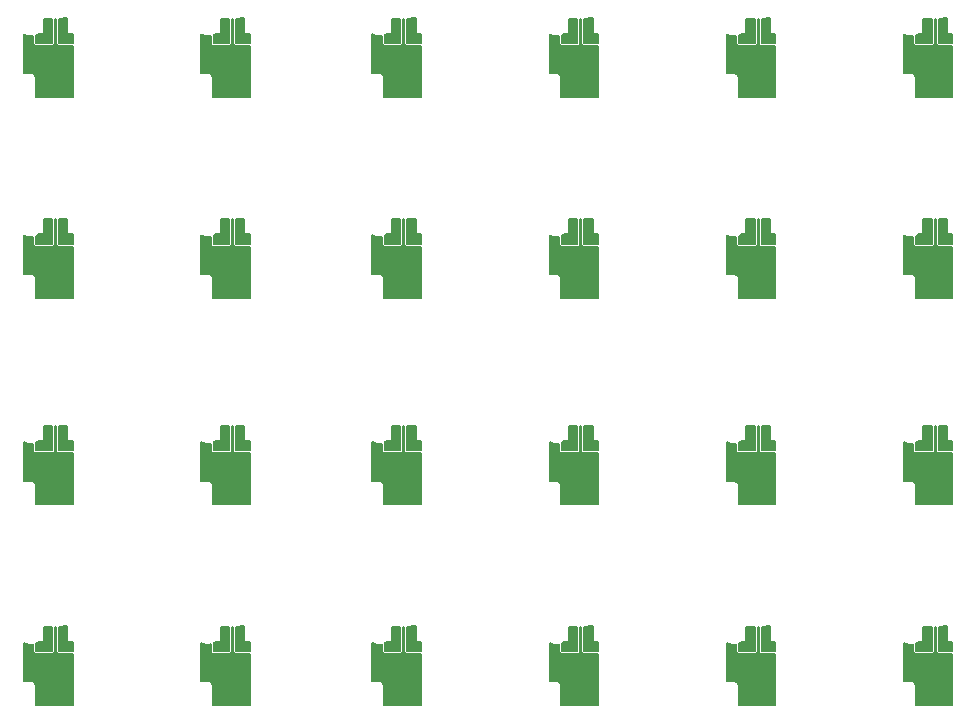
<source format=gtl>
G75*
%MOIN*%
%OFA0B0*%
%FSLAX24Y24*%
%IPPOS*%
%LPD*%
%AMOC8*
5,1,8,0,0,1.08239X$1,22.5*
%
%ADD10C,0.0050*%
%ADD11C,0.0237*%
%ADD12C,0.0295*%
D10*
X003765Y003253D02*
X003765Y003938D01*
X003662Y004040D01*
X003371Y004040D01*
X003371Y005330D01*
X003379Y005322D01*
X003516Y005265D01*
X003664Y005265D01*
X003686Y005274D01*
X003686Y005005D01*
X003745Y004946D01*
X004340Y004946D01*
X004398Y005005D01*
X004398Y005856D01*
X004434Y005856D01*
X004434Y005005D01*
X004493Y004946D01*
X004576Y004946D01*
X004989Y004946D01*
X004989Y003253D01*
X003765Y003253D01*
X003765Y003283D02*
X004989Y003283D01*
X004989Y003332D02*
X003765Y003332D01*
X003765Y003380D02*
X004989Y003380D01*
X004989Y003429D02*
X003765Y003429D01*
X003765Y003477D02*
X004989Y003477D01*
X004989Y003526D02*
X003765Y003526D01*
X003765Y003574D02*
X004989Y003574D01*
X004989Y003623D02*
X003765Y003623D01*
X003765Y003671D02*
X004989Y003671D01*
X004989Y003720D02*
X003765Y003720D01*
X003765Y003768D02*
X004989Y003768D01*
X004989Y003817D02*
X003765Y003817D01*
X003765Y003865D02*
X004989Y003865D01*
X004989Y003914D02*
X003765Y003914D01*
X003740Y003962D02*
X004989Y003962D01*
X004989Y004011D02*
X003691Y004011D01*
X003371Y004059D02*
X004989Y004059D01*
X004989Y004108D02*
X003371Y004108D01*
X003371Y004156D02*
X004989Y004156D01*
X004989Y004205D02*
X003371Y004205D01*
X003371Y004253D02*
X004989Y004253D01*
X004989Y004302D02*
X003371Y004302D01*
X003371Y004350D02*
X004989Y004350D01*
X004989Y004399D02*
X003371Y004399D01*
X003371Y004447D02*
X004989Y004447D01*
X004989Y004496D02*
X003371Y004496D01*
X003371Y004544D02*
X004989Y004544D01*
X004989Y004593D02*
X003371Y004593D01*
X003371Y004641D02*
X004989Y004641D01*
X004989Y004690D02*
X003371Y004690D01*
X003371Y004738D02*
X004989Y004738D01*
X004989Y004787D02*
X003371Y004787D01*
X003371Y004835D02*
X004989Y004835D01*
X004989Y004884D02*
X003371Y004884D01*
X003371Y004932D02*
X004989Y004932D01*
X004989Y005046D02*
X004534Y005046D01*
X004534Y005856D01*
X004646Y005856D01*
X004664Y005873D01*
X004810Y005873D01*
X004810Y005361D01*
X004989Y005361D01*
X004989Y005046D01*
X004989Y005078D02*
X004534Y005078D01*
X004534Y005126D02*
X004989Y005126D01*
X004989Y005175D02*
X004534Y005175D01*
X004534Y005223D02*
X004989Y005223D01*
X004989Y005272D02*
X004534Y005272D01*
X004534Y005320D02*
X004989Y005320D01*
X004810Y005369D02*
X004534Y005369D01*
X004534Y005417D02*
X004810Y005417D01*
X004810Y005466D02*
X004534Y005466D01*
X004534Y005514D02*
X004810Y005514D01*
X004810Y005563D02*
X004534Y005563D01*
X004534Y005611D02*
X004810Y005611D01*
X004810Y005660D02*
X004534Y005660D01*
X004534Y005708D02*
X004810Y005708D01*
X004810Y005757D02*
X004534Y005757D01*
X004534Y005805D02*
X004810Y005805D01*
X004810Y005854D02*
X004534Y005854D01*
X004434Y005854D02*
X004398Y005854D01*
X004398Y005805D02*
X004434Y005805D01*
X004434Y005757D02*
X004398Y005757D01*
X004398Y005708D02*
X004434Y005708D01*
X004434Y005660D02*
X004398Y005660D01*
X004398Y005611D02*
X004434Y005611D01*
X004434Y005563D02*
X004398Y005563D01*
X004398Y005514D02*
X004434Y005514D01*
X004434Y005466D02*
X004398Y005466D01*
X004398Y005417D02*
X004434Y005417D01*
X004434Y005369D02*
X004398Y005369D01*
X004398Y005320D02*
X004434Y005320D01*
X004434Y005272D02*
X004398Y005272D01*
X004398Y005223D02*
X004434Y005223D01*
X004434Y005175D02*
X004398Y005175D01*
X004398Y005126D02*
X004434Y005126D01*
X004434Y005078D02*
X004398Y005078D01*
X004398Y005029D02*
X004434Y005029D01*
X004459Y004981D02*
X004374Y004981D01*
X004298Y005046D02*
X003786Y005046D01*
X003786Y005316D01*
X003800Y005322D01*
X003840Y005361D01*
X004023Y005361D01*
X004023Y005856D01*
X004298Y005856D01*
X004298Y005046D01*
X004298Y005078D02*
X003786Y005078D01*
X003786Y005126D02*
X004298Y005126D01*
X004298Y005175D02*
X003786Y005175D01*
X003786Y005223D02*
X004298Y005223D01*
X004298Y005272D02*
X003786Y005272D01*
X003797Y005320D02*
X004298Y005320D01*
X004298Y005369D02*
X004023Y005369D01*
X004023Y005417D02*
X004298Y005417D01*
X004298Y005466D02*
X004023Y005466D01*
X004023Y005514D02*
X004298Y005514D01*
X004298Y005563D02*
X004023Y005563D01*
X004023Y005611D02*
X004298Y005611D01*
X004298Y005660D02*
X004023Y005660D01*
X004023Y005708D02*
X004298Y005708D01*
X004298Y005757D02*
X004023Y005757D01*
X004023Y005805D02*
X004298Y005805D01*
X004298Y005854D02*
X004023Y005854D01*
X003686Y005272D02*
X003680Y005272D01*
X003686Y005223D02*
X003371Y005223D01*
X003371Y005175D02*
X003686Y005175D01*
X003686Y005126D02*
X003371Y005126D01*
X003371Y005078D02*
X003686Y005078D01*
X003686Y005029D02*
X003371Y005029D01*
X003371Y004981D02*
X003711Y004981D01*
X003499Y005272D02*
X003371Y005272D01*
X003371Y005320D02*
X003382Y005320D01*
X003765Y009946D02*
X003765Y010631D01*
X003662Y010733D01*
X003371Y010733D01*
X003371Y012023D01*
X003379Y012014D01*
X003516Y011958D01*
X003664Y011958D01*
X003686Y011967D01*
X003686Y011698D01*
X003745Y011639D01*
X004340Y011639D01*
X004398Y011698D01*
X004398Y012548D01*
X004434Y012548D01*
X004434Y011698D01*
X004493Y011639D01*
X004576Y011639D01*
X004989Y011639D01*
X004989Y009946D01*
X003765Y009946D01*
X003765Y009976D02*
X004989Y009976D01*
X004989Y010025D02*
X003765Y010025D01*
X003765Y010073D02*
X004989Y010073D01*
X004989Y010122D02*
X003765Y010122D01*
X003765Y010170D02*
X004989Y010170D01*
X004989Y010219D02*
X003765Y010219D01*
X003765Y010267D02*
X004989Y010267D01*
X004989Y010316D02*
X003765Y010316D01*
X003765Y010364D02*
X004989Y010364D01*
X004989Y010413D02*
X003765Y010413D01*
X003765Y010461D02*
X004989Y010461D01*
X004989Y010510D02*
X003765Y010510D01*
X003765Y010558D02*
X004989Y010558D01*
X004989Y010607D02*
X003765Y010607D01*
X003740Y010655D02*
X004989Y010655D01*
X004989Y010704D02*
X003691Y010704D01*
X003371Y010752D02*
X004989Y010752D01*
X004989Y010801D02*
X003371Y010801D01*
X003371Y010849D02*
X004989Y010849D01*
X004989Y010898D02*
X003371Y010898D01*
X003371Y010946D02*
X004989Y010946D01*
X004989Y010995D02*
X003371Y010995D01*
X003371Y011043D02*
X004989Y011043D01*
X004989Y011092D02*
X003371Y011092D01*
X003371Y011140D02*
X004989Y011140D01*
X004989Y011189D02*
X003371Y011189D01*
X003371Y011237D02*
X004989Y011237D01*
X004989Y011286D02*
X003371Y011286D01*
X003371Y011334D02*
X004989Y011334D01*
X004989Y011383D02*
X003371Y011383D01*
X003371Y011431D02*
X004989Y011431D01*
X004989Y011480D02*
X003371Y011480D01*
X003371Y011528D02*
X004989Y011528D01*
X004989Y011577D02*
X003371Y011577D01*
X003371Y011625D02*
X004989Y011625D01*
X004989Y011739D02*
X004534Y011739D01*
X004534Y012548D01*
X004646Y012548D01*
X004664Y012566D01*
X004810Y012566D01*
X004810Y012054D01*
X004989Y012054D01*
X004989Y011739D01*
X004989Y011771D02*
X004534Y011771D01*
X004534Y011819D02*
X004989Y011819D01*
X004989Y011868D02*
X004534Y011868D01*
X004534Y011916D02*
X004989Y011916D01*
X004989Y011965D02*
X004534Y011965D01*
X004534Y012013D02*
X004989Y012013D01*
X004810Y012062D02*
X004534Y012062D01*
X004534Y012110D02*
X004810Y012110D01*
X004810Y012159D02*
X004534Y012159D01*
X004534Y012207D02*
X004810Y012207D01*
X004810Y012256D02*
X004534Y012256D01*
X004534Y012304D02*
X004810Y012304D01*
X004810Y012353D02*
X004534Y012353D01*
X004534Y012401D02*
X004810Y012401D01*
X004810Y012450D02*
X004534Y012450D01*
X004534Y012498D02*
X004810Y012498D01*
X004810Y012547D02*
X004534Y012547D01*
X004434Y012547D02*
X004398Y012547D01*
X004398Y012498D02*
X004434Y012498D01*
X004434Y012450D02*
X004398Y012450D01*
X004398Y012401D02*
X004434Y012401D01*
X004434Y012353D02*
X004398Y012353D01*
X004398Y012304D02*
X004434Y012304D01*
X004434Y012256D02*
X004398Y012256D01*
X004398Y012207D02*
X004434Y012207D01*
X004434Y012159D02*
X004398Y012159D01*
X004398Y012110D02*
X004434Y012110D01*
X004434Y012062D02*
X004398Y012062D01*
X004398Y012013D02*
X004434Y012013D01*
X004434Y011965D02*
X004398Y011965D01*
X004398Y011916D02*
X004434Y011916D01*
X004434Y011868D02*
X004398Y011868D01*
X004398Y011819D02*
X004434Y011819D01*
X004434Y011771D02*
X004398Y011771D01*
X004398Y011722D02*
X004434Y011722D01*
X004458Y011674D02*
X004374Y011674D01*
X004298Y011739D02*
X003786Y011739D01*
X003786Y012009D01*
X003800Y012014D01*
X003840Y012054D01*
X004023Y012054D01*
X004023Y012548D01*
X004298Y012548D01*
X004298Y011739D01*
X004298Y011771D02*
X003786Y011771D01*
X003786Y011819D02*
X004298Y011819D01*
X004298Y011868D02*
X003786Y011868D01*
X003786Y011916D02*
X004298Y011916D01*
X004298Y011965D02*
X003786Y011965D01*
X003797Y012013D02*
X004298Y012013D01*
X004298Y012062D02*
X004023Y012062D01*
X004023Y012110D02*
X004298Y012110D01*
X004298Y012159D02*
X004023Y012159D01*
X004023Y012207D02*
X004298Y012207D01*
X004298Y012256D02*
X004023Y012256D01*
X004023Y012304D02*
X004298Y012304D01*
X004298Y012353D02*
X004023Y012353D01*
X004023Y012401D02*
X004298Y012401D01*
X004298Y012450D02*
X004023Y012450D01*
X004023Y012498D02*
X004298Y012498D01*
X004298Y012547D02*
X004023Y012547D01*
X003686Y011965D02*
X003680Y011965D01*
X003686Y011916D02*
X003371Y011916D01*
X003371Y011868D02*
X003686Y011868D01*
X003686Y011819D02*
X003371Y011819D01*
X003371Y011771D02*
X003686Y011771D01*
X003686Y011722D02*
X003371Y011722D01*
X003371Y011674D02*
X003710Y011674D01*
X003499Y011965D02*
X003371Y011965D01*
X003371Y012013D02*
X003382Y012013D01*
X003765Y016835D02*
X003765Y017520D01*
X003662Y017623D01*
X003371Y017623D01*
X003371Y018912D01*
X003379Y018904D01*
X003516Y018848D01*
X003664Y018848D01*
X003686Y018857D01*
X003686Y018588D01*
X003745Y018529D01*
X004340Y018529D01*
X004398Y018588D01*
X004398Y019438D01*
X004434Y019438D01*
X004434Y018588D01*
X004493Y018529D01*
X004576Y018529D01*
X004989Y018529D01*
X004989Y016835D01*
X003765Y016835D01*
X003765Y016863D02*
X004989Y016863D01*
X004989Y016912D02*
X003765Y016912D01*
X003765Y016960D02*
X004989Y016960D01*
X004989Y017009D02*
X003765Y017009D01*
X003765Y017057D02*
X004989Y017057D01*
X004989Y017106D02*
X003765Y017106D01*
X003765Y017154D02*
X004989Y017154D01*
X004989Y017203D02*
X003765Y017203D01*
X003765Y017251D02*
X004989Y017251D01*
X004989Y017300D02*
X003765Y017300D01*
X003765Y017348D02*
X004989Y017348D01*
X004989Y017397D02*
X003765Y017397D01*
X003765Y017445D02*
X004989Y017445D01*
X004989Y017494D02*
X003765Y017494D01*
X003743Y017542D02*
X004989Y017542D01*
X004989Y017591D02*
X003694Y017591D01*
X003371Y017639D02*
X004989Y017639D01*
X004989Y017688D02*
X003371Y017688D01*
X003371Y017736D02*
X004989Y017736D01*
X004989Y017785D02*
X003371Y017785D01*
X003371Y017833D02*
X004989Y017833D01*
X004989Y017882D02*
X003371Y017882D01*
X003371Y017930D02*
X004989Y017930D01*
X004989Y017979D02*
X003371Y017979D01*
X003371Y018027D02*
X004989Y018027D01*
X004989Y018076D02*
X003371Y018076D01*
X003371Y018124D02*
X004989Y018124D01*
X004989Y018173D02*
X003371Y018173D01*
X003371Y018221D02*
X004989Y018221D01*
X004989Y018270D02*
X003371Y018270D01*
X003371Y018318D02*
X004989Y018318D01*
X004989Y018367D02*
X003371Y018367D01*
X003371Y018415D02*
X004989Y018415D01*
X004989Y018464D02*
X003371Y018464D01*
X003371Y018512D02*
X004989Y018512D01*
X004989Y018629D02*
X004534Y018629D01*
X004534Y019438D01*
X004646Y019438D01*
X004664Y019456D01*
X004810Y019456D01*
X004810Y018944D01*
X004989Y018944D01*
X004989Y018629D01*
X004989Y018658D02*
X004534Y018658D01*
X004534Y018706D02*
X004989Y018706D01*
X004989Y018755D02*
X004534Y018755D01*
X004534Y018803D02*
X004989Y018803D01*
X004989Y018852D02*
X004534Y018852D01*
X004534Y018900D02*
X004989Y018900D01*
X004810Y018949D02*
X004534Y018949D01*
X004534Y018997D02*
X004810Y018997D01*
X004810Y019046D02*
X004534Y019046D01*
X004534Y019094D02*
X004810Y019094D01*
X004810Y019143D02*
X004534Y019143D01*
X004534Y019191D02*
X004810Y019191D01*
X004810Y019240D02*
X004534Y019240D01*
X004534Y019288D02*
X004810Y019288D01*
X004810Y019337D02*
X004534Y019337D01*
X004534Y019385D02*
X004810Y019385D01*
X004810Y019434D02*
X004534Y019434D01*
X004434Y019434D02*
X004398Y019434D01*
X004398Y019385D02*
X004434Y019385D01*
X004434Y019337D02*
X004398Y019337D01*
X004398Y019288D02*
X004434Y019288D01*
X004434Y019240D02*
X004398Y019240D01*
X004398Y019191D02*
X004434Y019191D01*
X004434Y019143D02*
X004398Y019143D01*
X004398Y019094D02*
X004434Y019094D01*
X004434Y019046D02*
X004398Y019046D01*
X004398Y018997D02*
X004434Y018997D01*
X004434Y018949D02*
X004398Y018949D01*
X004398Y018900D02*
X004434Y018900D01*
X004434Y018852D02*
X004398Y018852D01*
X004398Y018803D02*
X004434Y018803D01*
X004434Y018755D02*
X004398Y018755D01*
X004398Y018706D02*
X004434Y018706D01*
X004434Y018658D02*
X004398Y018658D01*
X004398Y018609D02*
X004434Y018609D01*
X004461Y018561D02*
X004372Y018561D01*
X004298Y018629D02*
X003786Y018629D01*
X003786Y018899D01*
X003800Y018904D01*
X003840Y018944D01*
X004023Y018944D01*
X004023Y019438D01*
X004298Y019438D01*
X004298Y018629D01*
X004298Y018658D02*
X003786Y018658D01*
X003786Y018706D02*
X004298Y018706D01*
X004298Y018755D02*
X003786Y018755D01*
X003786Y018803D02*
X004298Y018803D01*
X004298Y018852D02*
X003786Y018852D01*
X003791Y018900D02*
X004298Y018900D01*
X004298Y018949D02*
X004023Y018949D01*
X004023Y018997D02*
X004298Y018997D01*
X004298Y019046D02*
X004023Y019046D01*
X004023Y019094D02*
X004298Y019094D01*
X004298Y019143D02*
X004023Y019143D01*
X004023Y019191D02*
X004298Y019191D01*
X004298Y019240D02*
X004023Y019240D01*
X004023Y019288D02*
X004298Y019288D01*
X004298Y019337D02*
X004023Y019337D01*
X004023Y019385D02*
X004298Y019385D01*
X004298Y019434D02*
X004023Y019434D01*
X003686Y018852D02*
X003674Y018852D01*
X003686Y018803D02*
X003371Y018803D01*
X003371Y018755D02*
X003686Y018755D01*
X003686Y018706D02*
X003371Y018706D01*
X003371Y018658D02*
X003686Y018658D01*
X003686Y018609D02*
X003371Y018609D01*
X003371Y018561D02*
X003713Y018561D01*
X003506Y018852D02*
X003371Y018852D01*
X003371Y018900D02*
X003388Y018900D01*
X003765Y023528D02*
X003765Y024213D01*
X003662Y024316D01*
X003371Y024316D01*
X003371Y025605D01*
X003379Y025597D01*
X003516Y025541D01*
X003664Y025541D01*
X003686Y025550D01*
X003686Y025280D01*
X003745Y025222D01*
X004340Y025222D01*
X004398Y025280D01*
X004398Y026131D01*
X004434Y026131D01*
X004434Y025280D01*
X004493Y025222D01*
X004576Y025222D01*
X004989Y025222D01*
X004989Y023528D01*
X003765Y023528D01*
X003765Y023556D02*
X004989Y023556D01*
X004989Y023605D02*
X003765Y023605D01*
X003765Y023653D02*
X004989Y023653D01*
X004989Y023702D02*
X003765Y023702D01*
X003765Y023750D02*
X004989Y023750D01*
X004989Y023799D02*
X003765Y023799D01*
X003765Y023847D02*
X004989Y023847D01*
X004989Y023896D02*
X003765Y023896D01*
X003765Y023944D02*
X004989Y023944D01*
X004989Y023993D02*
X003765Y023993D01*
X003765Y024041D02*
X004989Y024041D01*
X004989Y024090D02*
X003765Y024090D01*
X003765Y024138D02*
X004989Y024138D01*
X004989Y024187D02*
X003765Y024187D01*
X003742Y024235D02*
X004989Y024235D01*
X004989Y024284D02*
X003694Y024284D01*
X003371Y024332D02*
X004989Y024332D01*
X004989Y024381D02*
X003371Y024381D01*
X003371Y024429D02*
X004989Y024429D01*
X004989Y024478D02*
X003371Y024478D01*
X003371Y024526D02*
X004989Y024526D01*
X004989Y024575D02*
X003371Y024575D01*
X003371Y024623D02*
X004989Y024623D01*
X004989Y024672D02*
X003371Y024672D01*
X003371Y024720D02*
X004989Y024720D01*
X004989Y024769D02*
X003371Y024769D01*
X003371Y024817D02*
X004989Y024817D01*
X004989Y024866D02*
X003371Y024866D01*
X003371Y024914D02*
X004989Y024914D01*
X004989Y024963D02*
X003371Y024963D01*
X003371Y025011D02*
X004989Y025011D01*
X004989Y025060D02*
X003371Y025060D01*
X003371Y025108D02*
X004989Y025108D01*
X004989Y025157D02*
X003371Y025157D01*
X003371Y025205D02*
X004989Y025205D01*
X004989Y025322D02*
X004534Y025322D01*
X004534Y026131D01*
X004646Y026131D01*
X004664Y026149D01*
X004810Y026149D01*
X004810Y025637D01*
X004989Y025637D01*
X004989Y025322D01*
X004989Y025351D02*
X004534Y025351D01*
X004534Y025399D02*
X004989Y025399D01*
X004989Y025448D02*
X004534Y025448D01*
X004534Y025496D02*
X004989Y025496D01*
X004989Y025545D02*
X004534Y025545D01*
X004534Y025593D02*
X004989Y025593D01*
X004810Y025642D02*
X004534Y025642D01*
X004534Y025690D02*
X004810Y025690D01*
X004810Y025739D02*
X004534Y025739D01*
X004534Y025787D02*
X004810Y025787D01*
X004810Y025836D02*
X004534Y025836D01*
X004534Y025884D02*
X004810Y025884D01*
X004810Y025933D02*
X004534Y025933D01*
X004534Y025981D02*
X004810Y025981D01*
X004810Y026030D02*
X004534Y026030D01*
X004534Y026078D02*
X004810Y026078D01*
X004810Y026127D02*
X004534Y026127D01*
X004434Y026127D02*
X004398Y026127D01*
X004398Y026078D02*
X004434Y026078D01*
X004434Y026030D02*
X004398Y026030D01*
X004398Y025981D02*
X004434Y025981D01*
X004434Y025933D02*
X004398Y025933D01*
X004398Y025884D02*
X004434Y025884D01*
X004434Y025836D02*
X004398Y025836D01*
X004398Y025787D02*
X004434Y025787D01*
X004434Y025739D02*
X004398Y025739D01*
X004398Y025690D02*
X004434Y025690D01*
X004434Y025642D02*
X004398Y025642D01*
X004398Y025593D02*
X004434Y025593D01*
X004434Y025545D02*
X004398Y025545D01*
X004398Y025496D02*
X004434Y025496D01*
X004434Y025448D02*
X004398Y025448D01*
X004398Y025399D02*
X004434Y025399D01*
X004434Y025351D02*
X004398Y025351D01*
X004398Y025302D02*
X004434Y025302D01*
X004461Y025254D02*
X004372Y025254D01*
X004298Y025322D02*
X003786Y025322D01*
X003786Y025591D01*
X003800Y025597D01*
X003840Y025637D01*
X004023Y025637D01*
X004023Y026131D01*
X004298Y026131D01*
X004298Y025322D01*
X004298Y025351D02*
X003786Y025351D01*
X003786Y025399D02*
X004298Y025399D01*
X004298Y025448D02*
X003786Y025448D01*
X003786Y025496D02*
X004298Y025496D01*
X004298Y025545D02*
X003786Y025545D01*
X003791Y025593D02*
X004298Y025593D01*
X004298Y025642D02*
X004023Y025642D01*
X004023Y025690D02*
X004298Y025690D01*
X004298Y025739D02*
X004023Y025739D01*
X004023Y025787D02*
X004298Y025787D01*
X004298Y025836D02*
X004023Y025836D01*
X004023Y025884D02*
X004298Y025884D01*
X004298Y025933D02*
X004023Y025933D01*
X004023Y025981D02*
X004298Y025981D01*
X004298Y026030D02*
X004023Y026030D01*
X004023Y026078D02*
X004298Y026078D01*
X004298Y026127D02*
X004023Y026127D01*
X003686Y025545D02*
X003674Y025545D01*
X003686Y025496D02*
X003371Y025496D01*
X003371Y025448D02*
X003686Y025448D01*
X003686Y025399D02*
X003371Y025399D01*
X003371Y025351D02*
X003686Y025351D01*
X003686Y025302D02*
X003371Y025302D01*
X003371Y025254D02*
X003713Y025254D01*
X003505Y025545D02*
X003371Y025545D01*
X003371Y025593D02*
X003388Y025593D01*
X009276Y025593D02*
X009294Y025593D01*
X009284Y025597D02*
X009421Y025541D01*
X009569Y025541D01*
X009592Y025550D01*
X009592Y025280D01*
X009651Y025222D01*
X010245Y025222D01*
X010304Y025280D01*
X010304Y026131D01*
X010340Y026131D01*
X010340Y025280D01*
X010399Y025222D01*
X010481Y025222D01*
X010895Y025222D01*
X010895Y023528D01*
X009670Y023528D01*
X009670Y024213D01*
X009568Y024316D01*
X009276Y024316D01*
X009276Y025605D01*
X009284Y025597D01*
X009276Y025545D02*
X009411Y025545D01*
X009276Y025496D02*
X009592Y025496D01*
X009592Y025448D02*
X009276Y025448D01*
X009276Y025399D02*
X009592Y025399D01*
X009592Y025351D02*
X009276Y025351D01*
X009276Y025302D02*
X009592Y025302D01*
X009619Y025254D02*
X009276Y025254D01*
X009276Y025205D02*
X010895Y025205D01*
X010895Y025157D02*
X009276Y025157D01*
X009276Y025108D02*
X010895Y025108D01*
X010895Y025060D02*
X009276Y025060D01*
X009276Y025011D02*
X010895Y025011D01*
X010895Y024963D02*
X009276Y024963D01*
X009276Y024914D02*
X010895Y024914D01*
X010895Y024866D02*
X009276Y024866D01*
X009276Y024817D02*
X010895Y024817D01*
X010895Y024769D02*
X009276Y024769D01*
X009276Y024720D02*
X010895Y024720D01*
X010895Y024672D02*
X009276Y024672D01*
X009276Y024623D02*
X010895Y024623D01*
X010895Y024575D02*
X009276Y024575D01*
X009276Y024526D02*
X010895Y024526D01*
X010895Y024478D02*
X009276Y024478D01*
X009276Y024429D02*
X010895Y024429D01*
X010895Y024381D02*
X009276Y024381D01*
X009276Y024332D02*
X010895Y024332D01*
X010895Y024284D02*
X009599Y024284D01*
X009648Y024235D02*
X010895Y024235D01*
X010895Y024187D02*
X009670Y024187D01*
X009670Y024138D02*
X010895Y024138D01*
X010895Y024090D02*
X009670Y024090D01*
X009670Y024041D02*
X010895Y024041D01*
X010895Y023993D02*
X009670Y023993D01*
X009670Y023944D02*
X010895Y023944D01*
X010895Y023896D02*
X009670Y023896D01*
X009670Y023847D02*
X010895Y023847D01*
X010895Y023799D02*
X009670Y023799D01*
X009670Y023750D02*
X010895Y023750D01*
X010895Y023702D02*
X009670Y023702D01*
X009670Y023653D02*
X010895Y023653D01*
X010895Y023605D02*
X009670Y023605D01*
X009670Y023556D02*
X010895Y023556D01*
X010895Y025322D02*
X010440Y025322D01*
X010440Y026131D01*
X010552Y026131D01*
X010569Y026149D01*
X010716Y026149D01*
X010716Y025637D01*
X010895Y025637D01*
X010895Y025322D01*
X010895Y025351D02*
X010440Y025351D01*
X010440Y025399D02*
X010895Y025399D01*
X010895Y025448D02*
X010440Y025448D01*
X010440Y025496D02*
X010895Y025496D01*
X010895Y025545D02*
X010440Y025545D01*
X010440Y025593D02*
X010895Y025593D01*
X010716Y025642D02*
X010440Y025642D01*
X010440Y025690D02*
X010716Y025690D01*
X010716Y025739D02*
X010440Y025739D01*
X010440Y025787D02*
X010716Y025787D01*
X010716Y025836D02*
X010440Y025836D01*
X010440Y025884D02*
X010716Y025884D01*
X010716Y025933D02*
X010440Y025933D01*
X010440Y025981D02*
X010716Y025981D01*
X010716Y026030D02*
X010440Y026030D01*
X010440Y026078D02*
X010716Y026078D01*
X010716Y026127D02*
X010440Y026127D01*
X010340Y026127D02*
X010304Y026127D01*
X010304Y026078D02*
X010340Y026078D01*
X010340Y026030D02*
X010304Y026030D01*
X010304Y025981D02*
X010340Y025981D01*
X010340Y025933D02*
X010304Y025933D01*
X010304Y025884D02*
X010340Y025884D01*
X010340Y025836D02*
X010304Y025836D01*
X010304Y025787D02*
X010340Y025787D01*
X010340Y025739D02*
X010304Y025739D01*
X010304Y025690D02*
X010340Y025690D01*
X010340Y025642D02*
X010304Y025642D01*
X010304Y025593D02*
X010340Y025593D01*
X010340Y025545D02*
X010304Y025545D01*
X010304Y025496D02*
X010340Y025496D01*
X010340Y025448D02*
X010304Y025448D01*
X010304Y025399D02*
X010340Y025399D01*
X010340Y025351D02*
X010304Y025351D01*
X010304Y025302D02*
X010340Y025302D01*
X010367Y025254D02*
X010277Y025254D01*
X010204Y025322D02*
X009692Y025322D01*
X009692Y025591D01*
X009706Y025597D01*
X009745Y025637D01*
X009928Y025637D01*
X009928Y026131D01*
X010204Y026131D01*
X010204Y025322D01*
X010204Y025351D02*
X009692Y025351D01*
X009692Y025399D02*
X010204Y025399D01*
X010204Y025448D02*
X009692Y025448D01*
X009692Y025496D02*
X010204Y025496D01*
X010204Y025545D02*
X009692Y025545D01*
X009696Y025593D02*
X010204Y025593D01*
X010204Y025642D02*
X009928Y025642D01*
X009928Y025690D02*
X010204Y025690D01*
X010204Y025739D02*
X009928Y025739D01*
X009928Y025787D02*
X010204Y025787D01*
X010204Y025836D02*
X009928Y025836D01*
X009928Y025884D02*
X010204Y025884D01*
X010204Y025933D02*
X009928Y025933D01*
X009928Y025981D02*
X010204Y025981D01*
X010204Y026030D02*
X009928Y026030D01*
X009928Y026078D02*
X010204Y026078D01*
X010204Y026127D02*
X009928Y026127D01*
X009592Y025545D02*
X009579Y025545D01*
X014985Y025545D02*
X015119Y025545D01*
X015130Y025541D02*
X015278Y025541D01*
X015301Y025550D01*
X015301Y025280D01*
X015359Y025222D01*
X015954Y025222D01*
X016012Y025280D01*
X016012Y026131D01*
X016049Y026131D01*
X016049Y025280D01*
X016107Y025222D01*
X016190Y025222D01*
X016580Y025222D01*
X016604Y025222D01*
X016604Y023528D01*
X015379Y023528D01*
X015379Y024213D01*
X015276Y024316D01*
X014985Y024316D01*
X014985Y025605D01*
X014993Y025597D01*
X015130Y025541D01*
X015002Y025593D02*
X014985Y025593D01*
X014985Y025496D02*
X015301Y025496D01*
X015301Y025448D02*
X014985Y025448D01*
X014985Y025399D02*
X015301Y025399D01*
X015301Y025351D02*
X014985Y025351D01*
X014985Y025302D02*
X015301Y025302D01*
X015327Y025254D02*
X014985Y025254D01*
X014985Y025205D02*
X016604Y025205D01*
X016604Y025157D02*
X014985Y025157D01*
X014985Y025108D02*
X016604Y025108D01*
X016604Y025060D02*
X014985Y025060D01*
X014985Y025011D02*
X016604Y025011D01*
X016604Y024963D02*
X014985Y024963D01*
X014985Y024914D02*
X016604Y024914D01*
X016604Y024866D02*
X014985Y024866D01*
X014985Y024817D02*
X016604Y024817D01*
X016604Y024769D02*
X014985Y024769D01*
X014985Y024720D02*
X016604Y024720D01*
X016604Y024672D02*
X014985Y024672D01*
X014985Y024623D02*
X016604Y024623D01*
X016604Y024575D02*
X014985Y024575D01*
X014985Y024526D02*
X016604Y024526D01*
X016604Y024478D02*
X014985Y024478D01*
X014985Y024429D02*
X016604Y024429D01*
X016604Y024381D02*
X014985Y024381D01*
X014985Y024332D02*
X016604Y024332D01*
X016604Y024284D02*
X015308Y024284D01*
X015357Y024235D02*
X016604Y024235D01*
X016604Y024187D02*
X015379Y024187D01*
X015379Y024138D02*
X016604Y024138D01*
X016604Y024090D02*
X015379Y024090D01*
X015379Y024041D02*
X016604Y024041D01*
X016604Y023993D02*
X015379Y023993D01*
X015379Y023944D02*
X016604Y023944D01*
X016604Y023896D02*
X015379Y023896D01*
X015379Y023847D02*
X016604Y023847D01*
X016604Y023799D02*
X015379Y023799D01*
X015379Y023750D02*
X016604Y023750D01*
X016604Y023702D02*
X015379Y023702D01*
X015379Y023653D02*
X016604Y023653D01*
X016604Y023605D02*
X015379Y023605D01*
X015379Y023556D02*
X016604Y023556D01*
X016604Y025322D02*
X016149Y025322D01*
X016149Y026131D01*
X016260Y026131D01*
X016278Y026149D01*
X016424Y026149D01*
X016424Y025637D01*
X016604Y025637D01*
X016604Y025322D01*
X016604Y025351D02*
X016149Y025351D01*
X016149Y025399D02*
X016604Y025399D01*
X016604Y025448D02*
X016149Y025448D01*
X016149Y025496D02*
X016604Y025496D01*
X016604Y025545D02*
X016149Y025545D01*
X016149Y025593D02*
X016604Y025593D01*
X016424Y025642D02*
X016149Y025642D01*
X016149Y025690D02*
X016424Y025690D01*
X016424Y025739D02*
X016149Y025739D01*
X016149Y025787D02*
X016424Y025787D01*
X016424Y025836D02*
X016149Y025836D01*
X016149Y025884D02*
X016424Y025884D01*
X016424Y025933D02*
X016149Y025933D01*
X016149Y025981D02*
X016424Y025981D01*
X016424Y026030D02*
X016149Y026030D01*
X016149Y026078D02*
X016424Y026078D01*
X016424Y026127D02*
X016149Y026127D01*
X016049Y026127D02*
X016012Y026127D01*
X016012Y026078D02*
X016049Y026078D01*
X016049Y026030D02*
X016012Y026030D01*
X016012Y025981D02*
X016049Y025981D01*
X016049Y025933D02*
X016012Y025933D01*
X016012Y025884D02*
X016049Y025884D01*
X016049Y025836D02*
X016012Y025836D01*
X016012Y025787D02*
X016049Y025787D01*
X016049Y025739D02*
X016012Y025739D01*
X016012Y025690D02*
X016049Y025690D01*
X016049Y025642D02*
X016012Y025642D01*
X016012Y025593D02*
X016049Y025593D01*
X016049Y025545D02*
X016012Y025545D01*
X016012Y025496D02*
X016049Y025496D01*
X016049Y025448D02*
X016012Y025448D01*
X016012Y025399D02*
X016049Y025399D01*
X016049Y025351D02*
X016012Y025351D01*
X016012Y025302D02*
X016049Y025302D01*
X016075Y025254D02*
X015986Y025254D01*
X015912Y025322D02*
X015401Y025322D01*
X015401Y025591D01*
X015414Y025597D01*
X015454Y025637D01*
X015637Y025637D01*
X015637Y026131D01*
X015912Y026131D01*
X015912Y025322D01*
X015912Y025351D02*
X015401Y025351D01*
X015401Y025399D02*
X015912Y025399D01*
X015912Y025448D02*
X015401Y025448D01*
X015401Y025496D02*
X015912Y025496D01*
X015912Y025545D02*
X015401Y025545D01*
X015405Y025593D02*
X015912Y025593D01*
X015912Y025642D02*
X015637Y025642D01*
X015637Y025690D02*
X015912Y025690D01*
X015912Y025739D02*
X015637Y025739D01*
X015637Y025787D02*
X015912Y025787D01*
X015912Y025836D02*
X015637Y025836D01*
X015637Y025884D02*
X015912Y025884D01*
X015912Y025933D02*
X015637Y025933D01*
X015637Y025981D02*
X015912Y025981D01*
X015912Y026030D02*
X015637Y026030D01*
X015637Y026078D02*
X015912Y026078D01*
X015912Y026127D02*
X015637Y026127D01*
X015301Y025545D02*
X015288Y025545D01*
X020891Y025545D02*
X021025Y025545D01*
X021035Y025541D02*
X021183Y025541D01*
X021206Y025550D01*
X021206Y025280D01*
X021265Y025222D01*
X021859Y025222D01*
X021918Y025280D01*
X021918Y026131D01*
X021954Y026131D01*
X021954Y025280D01*
X022013Y025222D01*
X022096Y025222D01*
X022509Y025222D01*
X022509Y023528D01*
X021284Y023528D01*
X021284Y024213D01*
X021182Y024316D01*
X020891Y024316D01*
X020891Y025605D01*
X020899Y025597D01*
X021035Y025541D01*
X020908Y025593D02*
X020891Y025593D01*
X020891Y025496D02*
X021206Y025496D01*
X021206Y025448D02*
X020891Y025448D01*
X020891Y025399D02*
X021206Y025399D01*
X021206Y025351D02*
X020891Y025351D01*
X020891Y025302D02*
X021206Y025302D01*
X021233Y025254D02*
X020891Y025254D01*
X020891Y025205D02*
X022509Y025205D01*
X022509Y025157D02*
X020891Y025157D01*
X020891Y025108D02*
X022509Y025108D01*
X022509Y025060D02*
X020891Y025060D01*
X020891Y025011D02*
X022509Y025011D01*
X022509Y024963D02*
X020891Y024963D01*
X020891Y024914D02*
X022509Y024914D01*
X022509Y024866D02*
X020891Y024866D01*
X020891Y024817D02*
X022509Y024817D01*
X022509Y024769D02*
X020891Y024769D01*
X020891Y024720D02*
X022509Y024720D01*
X022509Y024672D02*
X020891Y024672D01*
X020891Y024623D02*
X022509Y024623D01*
X022509Y024575D02*
X020891Y024575D01*
X020891Y024526D02*
X022509Y024526D01*
X022509Y024478D02*
X020891Y024478D01*
X020891Y024429D02*
X022509Y024429D01*
X022509Y024381D02*
X020891Y024381D01*
X020891Y024332D02*
X022509Y024332D01*
X022509Y024284D02*
X021214Y024284D01*
X021262Y024235D02*
X022509Y024235D01*
X022509Y024187D02*
X021284Y024187D01*
X021284Y024138D02*
X022509Y024138D01*
X022509Y024090D02*
X021284Y024090D01*
X021284Y024041D02*
X022509Y024041D01*
X022509Y023993D02*
X021284Y023993D01*
X021284Y023944D02*
X022509Y023944D01*
X022509Y023896D02*
X021284Y023896D01*
X021284Y023847D02*
X022509Y023847D01*
X022509Y023799D02*
X021284Y023799D01*
X021284Y023750D02*
X022509Y023750D01*
X022509Y023702D02*
X021284Y023702D01*
X021284Y023653D02*
X022509Y023653D01*
X022509Y023605D02*
X021284Y023605D01*
X021284Y023556D02*
X022509Y023556D01*
X022509Y025322D02*
X022054Y025322D01*
X022054Y026131D01*
X022166Y026131D01*
X022184Y026149D01*
X022330Y026149D01*
X022330Y025637D01*
X022509Y025637D01*
X022509Y025322D01*
X022509Y025351D02*
X022054Y025351D01*
X022054Y025399D02*
X022509Y025399D01*
X022509Y025448D02*
X022054Y025448D01*
X022054Y025496D02*
X022509Y025496D01*
X022509Y025545D02*
X022054Y025545D01*
X022054Y025593D02*
X022509Y025593D01*
X022330Y025642D02*
X022054Y025642D01*
X022054Y025690D02*
X022330Y025690D01*
X022330Y025739D02*
X022054Y025739D01*
X022054Y025787D02*
X022330Y025787D01*
X022330Y025836D02*
X022054Y025836D01*
X022054Y025884D02*
X022330Y025884D01*
X022330Y025933D02*
X022054Y025933D01*
X022054Y025981D02*
X022330Y025981D01*
X022330Y026030D02*
X022054Y026030D01*
X022054Y026078D02*
X022330Y026078D01*
X022330Y026127D02*
X022054Y026127D01*
X021954Y026127D02*
X021918Y026127D01*
X021918Y026078D02*
X021954Y026078D01*
X021954Y026030D02*
X021918Y026030D01*
X021918Y025981D02*
X021954Y025981D01*
X021954Y025933D02*
X021918Y025933D01*
X021918Y025884D02*
X021954Y025884D01*
X021954Y025836D02*
X021918Y025836D01*
X021918Y025787D02*
X021954Y025787D01*
X021954Y025739D02*
X021918Y025739D01*
X021918Y025690D02*
X021954Y025690D01*
X021954Y025642D02*
X021918Y025642D01*
X021918Y025593D02*
X021954Y025593D01*
X021954Y025545D02*
X021918Y025545D01*
X021918Y025496D02*
X021954Y025496D01*
X021954Y025448D02*
X021918Y025448D01*
X021918Y025399D02*
X021954Y025399D01*
X021954Y025351D02*
X021918Y025351D01*
X021918Y025302D02*
X021954Y025302D01*
X021981Y025254D02*
X021891Y025254D01*
X021818Y025322D02*
X021306Y025322D01*
X021306Y025591D01*
X021320Y025597D01*
X021360Y025637D01*
X021542Y025637D01*
X021542Y026131D01*
X021818Y026131D01*
X021818Y025322D01*
X021818Y025351D02*
X021306Y025351D01*
X021306Y025399D02*
X021818Y025399D01*
X021818Y025448D02*
X021306Y025448D01*
X021306Y025496D02*
X021818Y025496D01*
X021818Y025545D02*
X021306Y025545D01*
X021311Y025593D02*
X021818Y025593D01*
X021818Y025642D02*
X021542Y025642D01*
X021542Y025690D02*
X021818Y025690D01*
X021818Y025739D02*
X021542Y025739D01*
X021542Y025787D02*
X021818Y025787D01*
X021818Y025836D02*
X021542Y025836D01*
X021542Y025884D02*
X021818Y025884D01*
X021818Y025933D02*
X021542Y025933D01*
X021542Y025981D02*
X021818Y025981D01*
X021818Y026030D02*
X021542Y026030D01*
X021542Y026078D02*
X021818Y026078D01*
X021818Y026127D02*
X021542Y026127D01*
X021206Y025545D02*
X021194Y025545D01*
X026796Y025545D02*
X026930Y025545D01*
X026941Y025541D02*
X027089Y025541D01*
X027112Y025550D01*
X027112Y025280D01*
X027170Y025222D01*
X027765Y025222D01*
X027823Y025280D01*
X027823Y026131D01*
X027860Y026131D01*
X027860Y025280D01*
X027918Y025222D01*
X028001Y025222D01*
X028415Y025222D01*
X028415Y023528D01*
X027190Y023528D01*
X027190Y024213D01*
X027087Y024316D01*
X026796Y024316D01*
X026796Y025605D01*
X026804Y025597D01*
X026941Y025541D01*
X026813Y025593D02*
X026796Y025593D01*
X026796Y025496D02*
X027112Y025496D01*
X027112Y025448D02*
X026796Y025448D01*
X026796Y025399D02*
X027112Y025399D01*
X027112Y025351D02*
X026796Y025351D01*
X026796Y025302D02*
X027112Y025302D01*
X027138Y025254D02*
X026796Y025254D01*
X026796Y025205D02*
X028415Y025205D01*
X028415Y025157D02*
X026796Y025157D01*
X026796Y025108D02*
X028415Y025108D01*
X028415Y025060D02*
X026796Y025060D01*
X026796Y025011D02*
X028415Y025011D01*
X028415Y024963D02*
X026796Y024963D01*
X026796Y024914D02*
X028415Y024914D01*
X028415Y024866D02*
X026796Y024866D01*
X026796Y024817D02*
X028415Y024817D01*
X028415Y024769D02*
X026796Y024769D01*
X026796Y024720D02*
X028415Y024720D01*
X028415Y024672D02*
X026796Y024672D01*
X026796Y024623D02*
X028415Y024623D01*
X028415Y024575D02*
X026796Y024575D01*
X026796Y024526D02*
X028415Y024526D01*
X028415Y024478D02*
X026796Y024478D01*
X026796Y024429D02*
X028415Y024429D01*
X028415Y024381D02*
X026796Y024381D01*
X026796Y024332D02*
X028415Y024332D01*
X028415Y024284D02*
X027119Y024284D01*
X027168Y024235D02*
X028415Y024235D01*
X028415Y024187D02*
X027190Y024187D01*
X027190Y024138D02*
X028415Y024138D01*
X028415Y024090D02*
X027190Y024090D01*
X027190Y024041D02*
X028415Y024041D01*
X028415Y023993D02*
X027190Y023993D01*
X027190Y023944D02*
X028415Y023944D01*
X028415Y023896D02*
X027190Y023896D01*
X027190Y023847D02*
X028415Y023847D01*
X028415Y023799D02*
X027190Y023799D01*
X027190Y023750D02*
X028415Y023750D01*
X028415Y023702D02*
X027190Y023702D01*
X027190Y023653D02*
X028415Y023653D01*
X028415Y023605D02*
X027190Y023605D01*
X027190Y023556D02*
X028415Y023556D01*
X028415Y025322D02*
X027960Y025322D01*
X027960Y026131D01*
X028072Y026131D01*
X028089Y026149D01*
X028235Y026149D01*
X028235Y025637D01*
X028415Y025637D01*
X028415Y025322D01*
X028415Y025351D02*
X027960Y025351D01*
X027960Y025399D02*
X028415Y025399D01*
X028415Y025448D02*
X027960Y025448D01*
X027960Y025496D02*
X028415Y025496D01*
X028415Y025545D02*
X027960Y025545D01*
X027960Y025593D02*
X028415Y025593D01*
X028235Y025642D02*
X027960Y025642D01*
X027960Y025690D02*
X028235Y025690D01*
X028235Y025739D02*
X027960Y025739D01*
X027960Y025787D02*
X028235Y025787D01*
X028235Y025836D02*
X027960Y025836D01*
X027960Y025884D02*
X028235Y025884D01*
X028235Y025933D02*
X027960Y025933D01*
X027960Y025981D02*
X028235Y025981D01*
X028235Y026030D02*
X027960Y026030D01*
X027960Y026078D02*
X028235Y026078D01*
X028235Y026127D02*
X027960Y026127D01*
X027860Y026127D02*
X027823Y026127D01*
X027823Y026078D02*
X027860Y026078D01*
X027860Y026030D02*
X027823Y026030D01*
X027823Y025981D02*
X027860Y025981D01*
X027860Y025933D02*
X027823Y025933D01*
X027823Y025884D02*
X027860Y025884D01*
X027860Y025836D02*
X027823Y025836D01*
X027823Y025787D02*
X027860Y025787D01*
X027860Y025739D02*
X027823Y025739D01*
X027823Y025690D02*
X027860Y025690D01*
X027860Y025642D02*
X027823Y025642D01*
X027823Y025593D02*
X027860Y025593D01*
X027860Y025545D02*
X027823Y025545D01*
X027823Y025496D02*
X027860Y025496D01*
X027860Y025448D02*
X027823Y025448D01*
X027823Y025399D02*
X027860Y025399D01*
X027860Y025351D02*
X027823Y025351D01*
X027823Y025302D02*
X027860Y025302D01*
X027886Y025254D02*
X027797Y025254D01*
X027723Y025322D02*
X027212Y025322D01*
X027212Y025591D01*
X027225Y025597D01*
X027265Y025637D01*
X027448Y025637D01*
X027448Y026131D01*
X027723Y026131D01*
X027723Y025322D01*
X027723Y025351D02*
X027212Y025351D01*
X027212Y025399D02*
X027723Y025399D01*
X027723Y025448D02*
X027212Y025448D01*
X027212Y025496D02*
X027723Y025496D01*
X027723Y025545D02*
X027212Y025545D01*
X027216Y025593D02*
X027723Y025593D01*
X027723Y025642D02*
X027448Y025642D01*
X027448Y025690D02*
X027723Y025690D01*
X027723Y025739D02*
X027448Y025739D01*
X027448Y025787D02*
X027723Y025787D01*
X027723Y025836D02*
X027448Y025836D01*
X027448Y025884D02*
X027723Y025884D01*
X027723Y025933D02*
X027448Y025933D01*
X027448Y025981D02*
X027723Y025981D01*
X027723Y026030D02*
X027448Y026030D01*
X027448Y026078D02*
X027723Y026078D01*
X027723Y026127D02*
X027448Y026127D01*
X027112Y025545D02*
X027099Y025545D01*
X032702Y025545D02*
X032836Y025545D01*
X032846Y025541D02*
X032994Y025541D01*
X033017Y025550D01*
X033017Y025280D01*
X033076Y025222D01*
X033670Y025222D01*
X033729Y025280D01*
X033729Y026131D01*
X033765Y026131D01*
X033765Y025280D01*
X033824Y025222D01*
X033907Y025222D01*
X034296Y025222D01*
X034320Y025222D01*
X034320Y023528D01*
X033095Y023528D01*
X033095Y024213D01*
X032993Y024316D01*
X032702Y024316D01*
X032702Y025605D01*
X032710Y025597D01*
X032846Y025541D01*
X032719Y025593D02*
X032702Y025593D01*
X032702Y025496D02*
X033017Y025496D01*
X033017Y025448D02*
X032702Y025448D01*
X032702Y025399D02*
X033017Y025399D01*
X033017Y025351D02*
X032702Y025351D01*
X032702Y025302D02*
X033017Y025302D01*
X033044Y025254D02*
X032702Y025254D01*
X032702Y025205D02*
X034320Y025205D01*
X034320Y025157D02*
X032702Y025157D01*
X032702Y025108D02*
X034320Y025108D01*
X034320Y025060D02*
X032702Y025060D01*
X032702Y025011D02*
X034320Y025011D01*
X034320Y024963D02*
X032702Y024963D01*
X032702Y024914D02*
X034320Y024914D01*
X034320Y024866D02*
X032702Y024866D01*
X032702Y024817D02*
X034320Y024817D01*
X034320Y024769D02*
X032702Y024769D01*
X032702Y024720D02*
X034320Y024720D01*
X034320Y024672D02*
X032702Y024672D01*
X032702Y024623D02*
X034320Y024623D01*
X034320Y024575D02*
X032702Y024575D01*
X032702Y024526D02*
X034320Y024526D01*
X034320Y024478D02*
X032702Y024478D01*
X032702Y024429D02*
X034320Y024429D01*
X034320Y024381D02*
X032702Y024381D01*
X032702Y024332D02*
X034320Y024332D01*
X034320Y024284D02*
X033025Y024284D01*
X033073Y024235D02*
X034320Y024235D01*
X034320Y024187D02*
X033095Y024187D01*
X033095Y024138D02*
X034320Y024138D01*
X034320Y024090D02*
X033095Y024090D01*
X033095Y024041D02*
X034320Y024041D01*
X034320Y023993D02*
X033095Y023993D01*
X033095Y023944D02*
X034320Y023944D01*
X034320Y023896D02*
X033095Y023896D01*
X033095Y023847D02*
X034320Y023847D01*
X034320Y023799D02*
X033095Y023799D01*
X033095Y023750D02*
X034320Y023750D01*
X034320Y023702D02*
X033095Y023702D01*
X033095Y023653D02*
X034320Y023653D01*
X034320Y023605D02*
X033095Y023605D01*
X033095Y023556D02*
X034320Y023556D01*
X034320Y025322D02*
X033865Y025322D01*
X033865Y026131D01*
X033977Y026131D01*
X033995Y026149D01*
X034141Y026149D01*
X034141Y025637D01*
X034320Y025637D01*
X034320Y025322D01*
X034320Y025351D02*
X033865Y025351D01*
X033865Y025399D02*
X034320Y025399D01*
X034320Y025448D02*
X033865Y025448D01*
X033865Y025496D02*
X034320Y025496D01*
X034320Y025545D02*
X033865Y025545D01*
X033865Y025593D02*
X034320Y025593D01*
X034141Y025642D02*
X033865Y025642D01*
X033865Y025690D02*
X034141Y025690D01*
X034141Y025739D02*
X033865Y025739D01*
X033865Y025787D02*
X034141Y025787D01*
X034141Y025836D02*
X033865Y025836D01*
X033865Y025884D02*
X034141Y025884D01*
X034141Y025933D02*
X033865Y025933D01*
X033865Y025981D02*
X034141Y025981D01*
X034141Y026030D02*
X033865Y026030D01*
X033865Y026078D02*
X034141Y026078D01*
X034141Y026127D02*
X033865Y026127D01*
X033765Y026127D02*
X033729Y026127D01*
X033729Y026078D02*
X033765Y026078D01*
X033765Y026030D02*
X033729Y026030D01*
X033729Y025981D02*
X033765Y025981D01*
X033765Y025933D02*
X033729Y025933D01*
X033729Y025884D02*
X033765Y025884D01*
X033765Y025836D02*
X033729Y025836D01*
X033729Y025787D02*
X033765Y025787D01*
X033765Y025739D02*
X033729Y025739D01*
X033729Y025690D02*
X033765Y025690D01*
X033765Y025642D02*
X033729Y025642D01*
X033729Y025593D02*
X033765Y025593D01*
X033765Y025545D02*
X033729Y025545D01*
X033729Y025496D02*
X033765Y025496D01*
X033765Y025448D02*
X033729Y025448D01*
X033729Y025399D02*
X033765Y025399D01*
X033765Y025351D02*
X033729Y025351D01*
X033729Y025302D02*
X033765Y025302D01*
X033792Y025254D02*
X033702Y025254D01*
X033629Y025322D02*
X033117Y025322D01*
X033117Y025591D01*
X033131Y025597D01*
X033171Y025637D01*
X033353Y025637D01*
X033353Y026131D01*
X033629Y026131D01*
X033629Y025322D01*
X033629Y025351D02*
X033117Y025351D01*
X033117Y025399D02*
X033629Y025399D01*
X033629Y025448D02*
X033117Y025448D01*
X033117Y025496D02*
X033629Y025496D01*
X033629Y025545D02*
X033117Y025545D01*
X033122Y025593D02*
X033629Y025593D01*
X033629Y025642D02*
X033353Y025642D01*
X033353Y025690D02*
X033629Y025690D01*
X033629Y025739D02*
X033353Y025739D01*
X033353Y025787D02*
X033629Y025787D01*
X033629Y025836D02*
X033353Y025836D01*
X033353Y025884D02*
X033629Y025884D01*
X033629Y025933D02*
X033353Y025933D01*
X033353Y025981D02*
X033629Y025981D01*
X033629Y026030D02*
X033353Y026030D01*
X033353Y026078D02*
X033629Y026078D01*
X033629Y026127D02*
X033353Y026127D01*
X033017Y025545D02*
X033005Y025545D01*
X033353Y019438D02*
X033629Y019438D01*
X033629Y018629D01*
X033117Y018629D01*
X033117Y018899D01*
X033131Y018904D01*
X033171Y018944D01*
X033353Y018944D01*
X033353Y019438D01*
X033353Y019434D02*
X033629Y019434D01*
X033629Y019385D02*
X033353Y019385D01*
X033353Y019337D02*
X033629Y019337D01*
X033629Y019288D02*
X033353Y019288D01*
X033353Y019240D02*
X033629Y019240D01*
X033629Y019191D02*
X033353Y019191D01*
X033353Y019143D02*
X033629Y019143D01*
X033629Y019094D02*
X033353Y019094D01*
X033353Y019046D02*
X033629Y019046D01*
X033629Y018997D02*
X033353Y018997D01*
X033353Y018949D02*
X033629Y018949D01*
X033629Y018900D02*
X033121Y018900D01*
X033117Y018852D02*
X033629Y018852D01*
X033629Y018803D02*
X033117Y018803D01*
X033117Y018755D02*
X033629Y018755D01*
X033629Y018706D02*
X033117Y018706D01*
X033117Y018658D02*
X033629Y018658D01*
X033729Y018658D02*
X033765Y018658D01*
X033765Y018706D02*
X033729Y018706D01*
X033729Y018755D02*
X033765Y018755D01*
X033765Y018803D02*
X033729Y018803D01*
X033729Y018852D02*
X033765Y018852D01*
X033765Y018900D02*
X033729Y018900D01*
X033729Y018949D02*
X033765Y018949D01*
X033765Y018997D02*
X033729Y018997D01*
X033729Y019046D02*
X033765Y019046D01*
X033765Y019094D02*
X033729Y019094D01*
X033729Y019143D02*
X033765Y019143D01*
X033765Y019191D02*
X033729Y019191D01*
X033729Y019240D02*
X033765Y019240D01*
X033765Y019288D02*
X033729Y019288D01*
X033729Y019337D02*
X033765Y019337D01*
X033765Y019385D02*
X033729Y019385D01*
X033729Y019434D02*
X033765Y019434D01*
X033765Y019438D02*
X033765Y018588D01*
X033824Y018529D01*
X033907Y018529D01*
X034296Y018529D01*
X034320Y018529D01*
X034320Y016835D01*
X033095Y016835D01*
X033095Y017520D01*
X032993Y017623D01*
X032702Y017623D01*
X032702Y018912D01*
X032710Y018904D01*
X032846Y018848D01*
X032994Y018848D01*
X033017Y018857D01*
X033017Y018588D01*
X033076Y018529D01*
X033670Y018529D01*
X033729Y018588D01*
X033729Y019438D01*
X033765Y019438D01*
X033865Y019438D02*
X033977Y019438D01*
X033995Y019456D01*
X034141Y019456D01*
X034141Y018944D01*
X034320Y018944D01*
X034320Y018629D01*
X033865Y018629D01*
X033865Y019438D01*
X033865Y019434D02*
X034141Y019434D01*
X034141Y019385D02*
X033865Y019385D01*
X033865Y019337D02*
X034141Y019337D01*
X034141Y019288D02*
X033865Y019288D01*
X033865Y019240D02*
X034141Y019240D01*
X034141Y019191D02*
X033865Y019191D01*
X033865Y019143D02*
X034141Y019143D01*
X034141Y019094D02*
X033865Y019094D01*
X033865Y019046D02*
X034141Y019046D01*
X034141Y018997D02*
X033865Y018997D01*
X033865Y018949D02*
X034141Y018949D01*
X034320Y018900D02*
X033865Y018900D01*
X033865Y018852D02*
X034320Y018852D01*
X034320Y018803D02*
X033865Y018803D01*
X033865Y018755D02*
X034320Y018755D01*
X034320Y018706D02*
X033865Y018706D01*
X033865Y018658D02*
X034320Y018658D01*
X034320Y018512D02*
X032702Y018512D01*
X032702Y018464D02*
X034320Y018464D01*
X034320Y018415D02*
X032702Y018415D01*
X032702Y018367D02*
X034320Y018367D01*
X034320Y018318D02*
X032702Y018318D01*
X032702Y018270D02*
X034320Y018270D01*
X034320Y018221D02*
X032702Y018221D01*
X032702Y018173D02*
X034320Y018173D01*
X034320Y018124D02*
X032702Y018124D01*
X032702Y018076D02*
X034320Y018076D01*
X034320Y018027D02*
X032702Y018027D01*
X032702Y017979D02*
X034320Y017979D01*
X034320Y017930D02*
X032702Y017930D01*
X032702Y017882D02*
X034320Y017882D01*
X034320Y017833D02*
X032702Y017833D01*
X032702Y017785D02*
X034320Y017785D01*
X034320Y017736D02*
X032702Y017736D01*
X032702Y017688D02*
X034320Y017688D01*
X034320Y017639D02*
X032702Y017639D01*
X033025Y017591D02*
X034320Y017591D01*
X034320Y017542D02*
X033073Y017542D01*
X033095Y017494D02*
X034320Y017494D01*
X034320Y017445D02*
X033095Y017445D01*
X033095Y017397D02*
X034320Y017397D01*
X034320Y017348D02*
X033095Y017348D01*
X033095Y017300D02*
X034320Y017300D01*
X034320Y017251D02*
X033095Y017251D01*
X033095Y017203D02*
X034320Y017203D01*
X034320Y017154D02*
X033095Y017154D01*
X033095Y017106D02*
X034320Y017106D01*
X034320Y017057D02*
X033095Y017057D01*
X033095Y017009D02*
X034320Y017009D01*
X034320Y016960D02*
X033095Y016960D01*
X033095Y016912D02*
X034320Y016912D01*
X034320Y016863D02*
X033095Y016863D01*
X033044Y018561D02*
X032702Y018561D01*
X032702Y018609D02*
X033017Y018609D01*
X033017Y018658D02*
X032702Y018658D01*
X032702Y018706D02*
X033017Y018706D01*
X033017Y018755D02*
X032702Y018755D01*
X032702Y018803D02*
X033017Y018803D01*
X033017Y018852D02*
X033004Y018852D01*
X032836Y018852D02*
X032702Y018852D01*
X032702Y018900D02*
X032719Y018900D01*
X033702Y018561D02*
X033792Y018561D01*
X033765Y018609D02*
X033729Y018609D01*
X028415Y018629D02*
X027960Y018629D01*
X027960Y019438D01*
X028072Y019438D01*
X028089Y019456D01*
X028235Y019456D01*
X028235Y018944D01*
X028415Y018944D01*
X028415Y018629D01*
X028415Y018658D02*
X027960Y018658D01*
X027960Y018706D02*
X028415Y018706D01*
X028415Y018755D02*
X027960Y018755D01*
X027960Y018803D02*
X028415Y018803D01*
X028415Y018852D02*
X027960Y018852D01*
X027960Y018900D02*
X028415Y018900D01*
X028235Y018949D02*
X027960Y018949D01*
X027960Y018997D02*
X028235Y018997D01*
X028235Y019046D02*
X027960Y019046D01*
X027960Y019094D02*
X028235Y019094D01*
X028235Y019143D02*
X027960Y019143D01*
X027960Y019191D02*
X028235Y019191D01*
X028235Y019240D02*
X027960Y019240D01*
X027960Y019288D02*
X028235Y019288D01*
X028235Y019337D02*
X027960Y019337D01*
X027960Y019385D02*
X028235Y019385D01*
X028235Y019434D02*
X027960Y019434D01*
X027860Y019434D02*
X027823Y019434D01*
X027823Y019438D02*
X027860Y019438D01*
X027860Y018588D01*
X027918Y018529D01*
X028001Y018529D01*
X028415Y018529D01*
X028415Y016835D01*
X027190Y016835D01*
X027190Y017520D01*
X027087Y017623D01*
X026796Y017623D01*
X026796Y018912D01*
X026804Y018904D01*
X026941Y018848D01*
X027089Y018848D01*
X027112Y018857D01*
X027112Y018588D01*
X027170Y018529D01*
X027765Y018529D01*
X027823Y018588D01*
X027823Y019438D01*
X027823Y019385D02*
X027860Y019385D01*
X027860Y019337D02*
X027823Y019337D01*
X027823Y019288D02*
X027860Y019288D01*
X027860Y019240D02*
X027823Y019240D01*
X027823Y019191D02*
X027860Y019191D01*
X027860Y019143D02*
X027823Y019143D01*
X027823Y019094D02*
X027860Y019094D01*
X027860Y019046D02*
X027823Y019046D01*
X027823Y018997D02*
X027860Y018997D01*
X027860Y018949D02*
X027823Y018949D01*
X027823Y018900D02*
X027860Y018900D01*
X027860Y018852D02*
X027823Y018852D01*
X027823Y018803D02*
X027860Y018803D01*
X027860Y018755D02*
X027823Y018755D01*
X027823Y018706D02*
X027860Y018706D01*
X027860Y018658D02*
X027823Y018658D01*
X027823Y018609D02*
X027860Y018609D01*
X027886Y018561D02*
X027797Y018561D01*
X027723Y018629D02*
X027212Y018629D01*
X027212Y018899D01*
X027225Y018904D01*
X027265Y018944D01*
X027448Y018944D01*
X027448Y019438D01*
X027723Y019438D01*
X027723Y018629D01*
X027723Y018658D02*
X027212Y018658D01*
X027212Y018706D02*
X027723Y018706D01*
X027723Y018755D02*
X027212Y018755D01*
X027212Y018803D02*
X027723Y018803D01*
X027723Y018852D02*
X027212Y018852D01*
X027216Y018900D02*
X027723Y018900D01*
X027723Y018949D02*
X027448Y018949D01*
X027448Y018997D02*
X027723Y018997D01*
X027723Y019046D02*
X027448Y019046D01*
X027448Y019094D02*
X027723Y019094D01*
X027723Y019143D02*
X027448Y019143D01*
X027448Y019191D02*
X027723Y019191D01*
X027723Y019240D02*
X027448Y019240D01*
X027448Y019288D02*
X027723Y019288D01*
X027723Y019337D02*
X027448Y019337D01*
X027448Y019385D02*
X027723Y019385D01*
X027723Y019434D02*
X027448Y019434D01*
X027112Y018852D02*
X027099Y018852D01*
X027112Y018803D02*
X026796Y018803D01*
X026796Y018755D02*
X027112Y018755D01*
X027112Y018706D02*
X026796Y018706D01*
X026796Y018658D02*
X027112Y018658D01*
X027112Y018609D02*
X026796Y018609D01*
X026796Y018561D02*
X027138Y018561D01*
X026796Y018512D02*
X028415Y018512D01*
X028415Y018464D02*
X026796Y018464D01*
X026796Y018415D02*
X028415Y018415D01*
X028415Y018367D02*
X026796Y018367D01*
X026796Y018318D02*
X028415Y018318D01*
X028415Y018270D02*
X026796Y018270D01*
X026796Y018221D02*
X028415Y018221D01*
X028415Y018173D02*
X026796Y018173D01*
X026796Y018124D02*
X028415Y018124D01*
X028415Y018076D02*
X026796Y018076D01*
X026796Y018027D02*
X028415Y018027D01*
X028415Y017979D02*
X026796Y017979D01*
X026796Y017930D02*
X028415Y017930D01*
X028415Y017882D02*
X026796Y017882D01*
X026796Y017833D02*
X028415Y017833D01*
X028415Y017785D02*
X026796Y017785D01*
X026796Y017736D02*
X028415Y017736D01*
X028415Y017688D02*
X026796Y017688D01*
X026796Y017639D02*
X028415Y017639D01*
X028415Y017591D02*
X027119Y017591D01*
X027168Y017542D02*
X028415Y017542D01*
X028415Y017494D02*
X027190Y017494D01*
X027190Y017445D02*
X028415Y017445D01*
X028415Y017397D02*
X027190Y017397D01*
X027190Y017348D02*
X028415Y017348D01*
X028415Y017300D02*
X027190Y017300D01*
X027190Y017251D02*
X028415Y017251D01*
X028415Y017203D02*
X027190Y017203D01*
X027190Y017154D02*
X028415Y017154D01*
X028415Y017106D02*
X027190Y017106D01*
X027190Y017057D02*
X028415Y017057D01*
X028415Y017009D02*
X027190Y017009D01*
X027190Y016960D02*
X028415Y016960D01*
X028415Y016912D02*
X027190Y016912D01*
X027190Y016863D02*
X028415Y016863D01*
X026931Y018852D02*
X026796Y018852D01*
X026796Y018900D02*
X026814Y018900D01*
X022509Y018900D02*
X022054Y018900D01*
X022054Y018852D02*
X022509Y018852D01*
X022509Y018803D02*
X022054Y018803D01*
X022054Y018755D02*
X022509Y018755D01*
X022509Y018706D02*
X022054Y018706D01*
X022054Y018658D02*
X022509Y018658D01*
X022509Y018629D02*
X022054Y018629D01*
X022054Y019438D01*
X022166Y019438D01*
X022184Y019456D01*
X022330Y019456D01*
X022330Y018944D01*
X022509Y018944D01*
X022509Y018629D01*
X022509Y018529D02*
X022096Y018529D01*
X022013Y018529D01*
X021954Y018588D01*
X021954Y019438D01*
X021918Y019438D01*
X021918Y018588D01*
X021859Y018529D01*
X021265Y018529D01*
X021206Y018588D01*
X021206Y018857D01*
X021183Y018848D01*
X021035Y018848D01*
X020899Y018904D01*
X020891Y018912D01*
X020891Y017623D01*
X021182Y017623D01*
X021284Y017520D01*
X021284Y016835D01*
X022509Y016835D01*
X022509Y018529D01*
X022509Y018512D02*
X020891Y018512D01*
X020891Y018464D02*
X022509Y018464D01*
X022509Y018415D02*
X020891Y018415D01*
X020891Y018367D02*
X022509Y018367D01*
X022509Y018318D02*
X020891Y018318D01*
X020891Y018270D02*
X022509Y018270D01*
X022509Y018221D02*
X020891Y018221D01*
X020891Y018173D02*
X022509Y018173D01*
X022509Y018124D02*
X020891Y018124D01*
X020891Y018076D02*
X022509Y018076D01*
X022509Y018027D02*
X020891Y018027D01*
X020891Y017979D02*
X022509Y017979D01*
X022509Y017930D02*
X020891Y017930D01*
X020891Y017882D02*
X022509Y017882D01*
X022509Y017833D02*
X020891Y017833D01*
X020891Y017785D02*
X022509Y017785D01*
X022509Y017736D02*
X020891Y017736D01*
X020891Y017688D02*
X022509Y017688D01*
X022509Y017639D02*
X020891Y017639D01*
X021214Y017591D02*
X022509Y017591D01*
X022509Y017542D02*
X021262Y017542D01*
X021284Y017494D02*
X022509Y017494D01*
X022509Y017445D02*
X021284Y017445D01*
X021284Y017397D02*
X022509Y017397D01*
X022509Y017348D02*
X021284Y017348D01*
X021284Y017300D02*
X022509Y017300D01*
X022509Y017251D02*
X021284Y017251D01*
X021284Y017203D02*
X022509Y017203D01*
X022509Y017154D02*
X021284Y017154D01*
X021284Y017106D02*
X022509Y017106D01*
X022509Y017057D02*
X021284Y017057D01*
X021284Y017009D02*
X022509Y017009D01*
X022509Y016960D02*
X021284Y016960D01*
X021284Y016912D02*
X022509Y016912D01*
X022509Y016863D02*
X021284Y016863D01*
X021233Y018561D02*
X020891Y018561D01*
X020891Y018609D02*
X021206Y018609D01*
X021206Y018658D02*
X020891Y018658D01*
X020891Y018706D02*
X021206Y018706D01*
X021206Y018755D02*
X020891Y018755D01*
X020891Y018803D02*
X021206Y018803D01*
X021206Y018852D02*
X021193Y018852D01*
X021306Y018852D02*
X021818Y018852D01*
X021818Y018900D02*
X021310Y018900D01*
X021306Y018899D02*
X021320Y018904D01*
X021360Y018944D01*
X021542Y018944D01*
X021542Y019438D01*
X021818Y019438D01*
X021818Y018629D01*
X021306Y018629D01*
X021306Y018899D01*
X021306Y018803D02*
X021818Y018803D01*
X021818Y018755D02*
X021306Y018755D01*
X021306Y018706D02*
X021818Y018706D01*
X021818Y018658D02*
X021306Y018658D01*
X021025Y018852D02*
X020891Y018852D01*
X020891Y018900D02*
X020908Y018900D01*
X021542Y018949D02*
X021818Y018949D01*
X021818Y018997D02*
X021542Y018997D01*
X021542Y019046D02*
X021818Y019046D01*
X021818Y019094D02*
X021542Y019094D01*
X021542Y019143D02*
X021818Y019143D01*
X021818Y019191D02*
X021542Y019191D01*
X021542Y019240D02*
X021818Y019240D01*
X021818Y019288D02*
X021542Y019288D01*
X021542Y019337D02*
X021818Y019337D01*
X021818Y019385D02*
X021542Y019385D01*
X021542Y019434D02*
X021818Y019434D01*
X021918Y019434D02*
X021954Y019434D01*
X021954Y019385D02*
X021918Y019385D01*
X021918Y019337D02*
X021954Y019337D01*
X021954Y019288D02*
X021918Y019288D01*
X021918Y019240D02*
X021954Y019240D01*
X021954Y019191D02*
X021918Y019191D01*
X021918Y019143D02*
X021954Y019143D01*
X021954Y019094D02*
X021918Y019094D01*
X021918Y019046D02*
X021954Y019046D01*
X021954Y018997D02*
X021918Y018997D01*
X021918Y018949D02*
X021954Y018949D01*
X021954Y018900D02*
X021918Y018900D01*
X021918Y018852D02*
X021954Y018852D01*
X021954Y018803D02*
X021918Y018803D01*
X021918Y018755D02*
X021954Y018755D01*
X021954Y018706D02*
X021918Y018706D01*
X021918Y018658D02*
X021954Y018658D01*
X021954Y018609D02*
X021918Y018609D01*
X021891Y018561D02*
X021981Y018561D01*
X022054Y018949D02*
X022330Y018949D01*
X022330Y018997D02*
X022054Y018997D01*
X022054Y019046D02*
X022330Y019046D01*
X022330Y019094D02*
X022054Y019094D01*
X022054Y019143D02*
X022330Y019143D01*
X022330Y019191D02*
X022054Y019191D01*
X022054Y019240D02*
X022330Y019240D01*
X022330Y019288D02*
X022054Y019288D01*
X022054Y019337D02*
X022330Y019337D01*
X022330Y019385D02*
X022054Y019385D01*
X022054Y019434D02*
X022330Y019434D01*
X016604Y018944D02*
X016604Y018629D01*
X016149Y018629D01*
X016149Y019438D01*
X016260Y019438D01*
X016278Y019456D01*
X016424Y019456D01*
X016424Y018944D01*
X016604Y018944D01*
X016604Y018900D02*
X016149Y018900D01*
X016149Y018852D02*
X016604Y018852D01*
X016604Y018803D02*
X016149Y018803D01*
X016149Y018755D02*
X016604Y018755D01*
X016604Y018706D02*
X016149Y018706D01*
X016149Y018658D02*
X016604Y018658D01*
X016604Y018529D02*
X016604Y016835D01*
X015379Y016835D01*
X015379Y017520D01*
X015276Y017623D01*
X014985Y017623D01*
X014985Y018912D01*
X014993Y018904D01*
X015130Y018848D01*
X015278Y018848D01*
X015301Y018857D01*
X015301Y018588D01*
X015359Y018529D01*
X015954Y018529D01*
X016012Y018588D01*
X016012Y019438D01*
X016049Y019438D01*
X016049Y018588D01*
X016107Y018529D01*
X016190Y018529D01*
X016580Y018529D01*
X016604Y018529D01*
X016604Y018512D02*
X014985Y018512D01*
X014985Y018464D02*
X016604Y018464D01*
X016604Y018415D02*
X014985Y018415D01*
X014985Y018367D02*
X016604Y018367D01*
X016604Y018318D02*
X014985Y018318D01*
X014985Y018270D02*
X016604Y018270D01*
X016604Y018221D02*
X014985Y018221D01*
X014985Y018173D02*
X016604Y018173D01*
X016604Y018124D02*
X014985Y018124D01*
X014985Y018076D02*
X016604Y018076D01*
X016604Y018027D02*
X014985Y018027D01*
X014985Y017979D02*
X016604Y017979D01*
X016604Y017930D02*
X014985Y017930D01*
X014985Y017882D02*
X016604Y017882D01*
X016604Y017833D02*
X014985Y017833D01*
X014985Y017785D02*
X016604Y017785D01*
X016604Y017736D02*
X014985Y017736D01*
X014985Y017688D02*
X016604Y017688D01*
X016604Y017639D02*
X014985Y017639D01*
X015308Y017591D02*
X016604Y017591D01*
X016604Y017542D02*
X015357Y017542D01*
X015379Y017494D02*
X016604Y017494D01*
X016604Y017445D02*
X015379Y017445D01*
X015379Y017397D02*
X016604Y017397D01*
X016604Y017348D02*
X015379Y017348D01*
X015379Y017300D02*
X016604Y017300D01*
X016604Y017251D02*
X015379Y017251D01*
X015379Y017203D02*
X016604Y017203D01*
X016604Y017154D02*
X015379Y017154D01*
X015379Y017106D02*
X016604Y017106D01*
X016604Y017057D02*
X015379Y017057D01*
X015379Y017009D02*
X016604Y017009D01*
X016604Y016960D02*
X015379Y016960D01*
X015379Y016912D02*
X016604Y016912D01*
X016604Y016863D02*
X015379Y016863D01*
X015327Y018561D02*
X014985Y018561D01*
X014985Y018609D02*
X015301Y018609D01*
X015301Y018658D02*
X014985Y018658D01*
X014985Y018706D02*
X015301Y018706D01*
X015301Y018755D02*
X014985Y018755D01*
X014985Y018803D02*
X015301Y018803D01*
X015301Y018852D02*
X015288Y018852D01*
X015401Y018852D02*
X015912Y018852D01*
X015912Y018900D02*
X015405Y018900D01*
X015401Y018899D02*
X015414Y018904D01*
X015454Y018944D01*
X015637Y018944D01*
X015637Y019438D01*
X015912Y019438D01*
X015912Y018629D01*
X015401Y018629D01*
X015401Y018899D01*
X015401Y018803D02*
X015912Y018803D01*
X015912Y018755D02*
X015401Y018755D01*
X015401Y018706D02*
X015912Y018706D01*
X015912Y018658D02*
X015401Y018658D01*
X015120Y018852D02*
X014985Y018852D01*
X014985Y018900D02*
X015003Y018900D01*
X015637Y018949D02*
X015912Y018949D01*
X015912Y018997D02*
X015637Y018997D01*
X015637Y019046D02*
X015912Y019046D01*
X015912Y019094D02*
X015637Y019094D01*
X015637Y019143D02*
X015912Y019143D01*
X015912Y019191D02*
X015637Y019191D01*
X015637Y019240D02*
X015912Y019240D01*
X015912Y019288D02*
X015637Y019288D01*
X015637Y019337D02*
X015912Y019337D01*
X015912Y019385D02*
X015637Y019385D01*
X015637Y019434D02*
X015912Y019434D01*
X016012Y019434D02*
X016049Y019434D01*
X016049Y019385D02*
X016012Y019385D01*
X016012Y019337D02*
X016049Y019337D01*
X016049Y019288D02*
X016012Y019288D01*
X016012Y019240D02*
X016049Y019240D01*
X016049Y019191D02*
X016012Y019191D01*
X016012Y019143D02*
X016049Y019143D01*
X016049Y019094D02*
X016012Y019094D01*
X016012Y019046D02*
X016049Y019046D01*
X016049Y018997D02*
X016012Y018997D01*
X016012Y018949D02*
X016049Y018949D01*
X016049Y018900D02*
X016012Y018900D01*
X016012Y018852D02*
X016049Y018852D01*
X016049Y018803D02*
X016012Y018803D01*
X016012Y018755D02*
X016049Y018755D01*
X016049Y018706D02*
X016012Y018706D01*
X016012Y018658D02*
X016049Y018658D01*
X016049Y018609D02*
X016012Y018609D01*
X015986Y018561D02*
X016075Y018561D01*
X016149Y018949D02*
X016424Y018949D01*
X016424Y018997D02*
X016149Y018997D01*
X016149Y019046D02*
X016424Y019046D01*
X016424Y019094D02*
X016149Y019094D01*
X016149Y019143D02*
X016424Y019143D01*
X016424Y019191D02*
X016149Y019191D01*
X016149Y019240D02*
X016424Y019240D01*
X016424Y019288D02*
X016149Y019288D01*
X016149Y019337D02*
X016424Y019337D01*
X016424Y019385D02*
X016149Y019385D01*
X016149Y019434D02*
X016424Y019434D01*
X010895Y018944D02*
X010895Y018629D01*
X010440Y018629D01*
X010440Y019438D01*
X010552Y019438D01*
X010569Y019456D01*
X010716Y019456D01*
X010716Y018944D01*
X010895Y018944D01*
X010895Y018900D02*
X010440Y018900D01*
X010440Y018852D02*
X010895Y018852D01*
X010895Y018803D02*
X010440Y018803D01*
X010440Y018755D02*
X010895Y018755D01*
X010895Y018706D02*
X010440Y018706D01*
X010440Y018658D02*
X010895Y018658D01*
X010895Y018529D02*
X010481Y018529D01*
X010399Y018529D01*
X010340Y018588D01*
X010340Y019438D01*
X010304Y019438D01*
X010304Y018588D01*
X010245Y018529D01*
X009651Y018529D01*
X009592Y018588D01*
X009592Y018857D01*
X009569Y018848D01*
X009421Y018848D01*
X009284Y018904D01*
X009276Y018912D01*
X009276Y017623D01*
X009568Y017623D01*
X009670Y017520D01*
X009670Y016835D01*
X010895Y016835D01*
X010895Y018529D01*
X010895Y018512D02*
X009276Y018512D01*
X009276Y018464D02*
X010895Y018464D01*
X010895Y018415D02*
X009276Y018415D01*
X009276Y018367D02*
X010895Y018367D01*
X010895Y018318D02*
X009276Y018318D01*
X009276Y018270D02*
X010895Y018270D01*
X010895Y018221D02*
X009276Y018221D01*
X009276Y018173D02*
X010895Y018173D01*
X010895Y018124D02*
X009276Y018124D01*
X009276Y018076D02*
X010895Y018076D01*
X010895Y018027D02*
X009276Y018027D01*
X009276Y017979D02*
X010895Y017979D01*
X010895Y017930D02*
X009276Y017930D01*
X009276Y017882D02*
X010895Y017882D01*
X010895Y017833D02*
X009276Y017833D01*
X009276Y017785D02*
X010895Y017785D01*
X010895Y017736D02*
X009276Y017736D01*
X009276Y017688D02*
X010895Y017688D01*
X010895Y017639D02*
X009276Y017639D01*
X009600Y017591D02*
X010895Y017591D01*
X010895Y017542D02*
X009648Y017542D01*
X009670Y017494D02*
X010895Y017494D01*
X010895Y017445D02*
X009670Y017445D01*
X009670Y017397D02*
X010895Y017397D01*
X010895Y017348D02*
X009670Y017348D01*
X009670Y017300D02*
X010895Y017300D01*
X010895Y017251D02*
X009670Y017251D01*
X009670Y017203D02*
X010895Y017203D01*
X010895Y017154D02*
X009670Y017154D01*
X009670Y017106D02*
X010895Y017106D01*
X010895Y017057D02*
X009670Y017057D01*
X009670Y017009D02*
X010895Y017009D01*
X010895Y016960D02*
X009670Y016960D01*
X009670Y016912D02*
X010895Y016912D01*
X010895Y016863D02*
X009670Y016863D01*
X009619Y018561D02*
X009276Y018561D01*
X009276Y018609D02*
X009592Y018609D01*
X009592Y018658D02*
X009276Y018658D01*
X009276Y018706D02*
X009592Y018706D01*
X009592Y018755D02*
X009276Y018755D01*
X009276Y018803D02*
X009592Y018803D01*
X009592Y018852D02*
X009579Y018852D01*
X009692Y018852D02*
X010204Y018852D01*
X010204Y018900D02*
X009696Y018900D01*
X009692Y018899D02*
X009706Y018904D01*
X009745Y018944D01*
X009928Y018944D01*
X009928Y019438D01*
X010204Y019438D01*
X010204Y018629D01*
X009692Y018629D01*
X009692Y018899D01*
X009692Y018803D02*
X010204Y018803D01*
X010204Y018755D02*
X009692Y018755D01*
X009692Y018706D02*
X010204Y018706D01*
X010204Y018658D02*
X009692Y018658D01*
X009411Y018852D02*
X009276Y018852D01*
X009276Y018900D02*
X009294Y018900D01*
X009928Y018949D02*
X010204Y018949D01*
X010204Y018997D02*
X009928Y018997D01*
X009928Y019046D02*
X010204Y019046D01*
X010204Y019094D02*
X009928Y019094D01*
X009928Y019143D02*
X010204Y019143D01*
X010204Y019191D02*
X009928Y019191D01*
X009928Y019240D02*
X010204Y019240D01*
X010204Y019288D02*
X009928Y019288D01*
X009928Y019337D02*
X010204Y019337D01*
X010204Y019385D02*
X009928Y019385D01*
X009928Y019434D02*
X010204Y019434D01*
X010304Y019434D02*
X010340Y019434D01*
X010340Y019385D02*
X010304Y019385D01*
X010304Y019337D02*
X010340Y019337D01*
X010340Y019288D02*
X010304Y019288D01*
X010304Y019240D02*
X010340Y019240D01*
X010340Y019191D02*
X010304Y019191D01*
X010304Y019143D02*
X010340Y019143D01*
X010340Y019094D02*
X010304Y019094D01*
X010304Y019046D02*
X010340Y019046D01*
X010340Y018997D02*
X010304Y018997D01*
X010304Y018949D02*
X010340Y018949D01*
X010340Y018900D02*
X010304Y018900D01*
X010304Y018852D02*
X010340Y018852D01*
X010340Y018803D02*
X010304Y018803D01*
X010304Y018755D02*
X010340Y018755D01*
X010340Y018706D02*
X010304Y018706D01*
X010304Y018658D02*
X010340Y018658D01*
X010340Y018609D02*
X010304Y018609D01*
X010277Y018561D02*
X010367Y018561D01*
X010440Y018949D02*
X010716Y018949D01*
X010716Y018997D02*
X010440Y018997D01*
X010440Y019046D02*
X010716Y019046D01*
X010716Y019094D02*
X010440Y019094D01*
X010440Y019143D02*
X010716Y019143D01*
X010716Y019191D02*
X010440Y019191D01*
X010440Y019240D02*
X010716Y019240D01*
X010716Y019288D02*
X010440Y019288D01*
X010440Y019337D02*
X010716Y019337D01*
X010716Y019385D02*
X010440Y019385D01*
X010440Y019434D02*
X010716Y019434D01*
X010716Y012566D02*
X010716Y012054D01*
X010895Y012054D01*
X010895Y011739D01*
X010440Y011739D01*
X010440Y012548D01*
X010552Y012548D01*
X010569Y012566D01*
X010716Y012566D01*
X010716Y012547D02*
X010440Y012547D01*
X010440Y012498D02*
X010716Y012498D01*
X010716Y012450D02*
X010440Y012450D01*
X010440Y012401D02*
X010716Y012401D01*
X010716Y012353D02*
X010440Y012353D01*
X010440Y012304D02*
X010716Y012304D01*
X010716Y012256D02*
X010440Y012256D01*
X010440Y012207D02*
X010716Y012207D01*
X010716Y012159D02*
X010440Y012159D01*
X010440Y012110D02*
X010716Y012110D01*
X010716Y012062D02*
X010440Y012062D01*
X010440Y012013D02*
X010895Y012013D01*
X010895Y011965D02*
X010440Y011965D01*
X010440Y011916D02*
X010895Y011916D01*
X010895Y011868D02*
X010440Y011868D01*
X010440Y011819D02*
X010895Y011819D01*
X010895Y011771D02*
X010440Y011771D01*
X010340Y011771D02*
X010304Y011771D01*
X010304Y011819D02*
X010340Y011819D01*
X010340Y011868D02*
X010304Y011868D01*
X010304Y011916D02*
X010340Y011916D01*
X010340Y011965D02*
X010304Y011965D01*
X010304Y012013D02*
X010340Y012013D01*
X010340Y012062D02*
X010304Y012062D01*
X010304Y012110D02*
X010340Y012110D01*
X010340Y012159D02*
X010304Y012159D01*
X010304Y012207D02*
X010340Y012207D01*
X010340Y012256D02*
X010304Y012256D01*
X010304Y012304D02*
X010340Y012304D01*
X010340Y012353D02*
X010304Y012353D01*
X010304Y012401D02*
X010340Y012401D01*
X010340Y012450D02*
X010304Y012450D01*
X010304Y012498D02*
X010340Y012498D01*
X010340Y012547D02*
X010304Y012547D01*
X010304Y012548D02*
X010340Y012548D01*
X010340Y011698D01*
X010399Y011639D01*
X010481Y011639D01*
X010895Y011639D01*
X010895Y009946D01*
X009670Y009946D01*
X009670Y010631D01*
X009568Y010733D01*
X009276Y010733D01*
X009276Y012023D01*
X009284Y012014D01*
X009421Y011958D01*
X009569Y011958D01*
X009592Y011967D01*
X009592Y011698D01*
X009651Y011639D01*
X010245Y011639D01*
X010304Y011698D01*
X010304Y012548D01*
X010204Y012548D02*
X010204Y011739D01*
X009692Y011739D01*
X009692Y012009D01*
X009706Y012014D01*
X009745Y012054D01*
X009928Y012054D01*
X009928Y012548D01*
X010204Y012548D01*
X010204Y012547D02*
X009928Y012547D01*
X009928Y012498D02*
X010204Y012498D01*
X010204Y012450D02*
X009928Y012450D01*
X009928Y012401D02*
X010204Y012401D01*
X010204Y012353D02*
X009928Y012353D01*
X009928Y012304D02*
X010204Y012304D01*
X010204Y012256D02*
X009928Y012256D01*
X009928Y012207D02*
X010204Y012207D01*
X010204Y012159D02*
X009928Y012159D01*
X009928Y012110D02*
X010204Y012110D01*
X010204Y012062D02*
X009928Y012062D01*
X009703Y012013D02*
X010204Y012013D01*
X010204Y011965D02*
X009692Y011965D01*
X009692Y011916D02*
X010204Y011916D01*
X010204Y011868D02*
X009692Y011868D01*
X009692Y011819D02*
X010204Y011819D01*
X010204Y011771D02*
X009692Y011771D01*
X009592Y011771D02*
X009276Y011771D01*
X009276Y011819D02*
X009592Y011819D01*
X009592Y011868D02*
X009276Y011868D01*
X009276Y011916D02*
X009592Y011916D01*
X009586Y011965D02*
X009592Y011965D01*
X009404Y011965D02*
X009276Y011965D01*
X009276Y012013D02*
X009287Y012013D01*
X009276Y011722D02*
X009592Y011722D01*
X009616Y011674D02*
X009276Y011674D01*
X009276Y011625D02*
X010895Y011625D01*
X010895Y011577D02*
X009276Y011577D01*
X009276Y011528D02*
X010895Y011528D01*
X010895Y011480D02*
X009276Y011480D01*
X009276Y011431D02*
X010895Y011431D01*
X010895Y011383D02*
X009276Y011383D01*
X009276Y011334D02*
X010895Y011334D01*
X010895Y011286D02*
X009276Y011286D01*
X009276Y011237D02*
X010895Y011237D01*
X010895Y011189D02*
X009276Y011189D01*
X009276Y011140D02*
X010895Y011140D01*
X010895Y011092D02*
X009276Y011092D01*
X009276Y011043D02*
X010895Y011043D01*
X010895Y010995D02*
X009276Y010995D01*
X009276Y010946D02*
X010895Y010946D01*
X010895Y010898D02*
X009276Y010898D01*
X009276Y010849D02*
X010895Y010849D01*
X010895Y010801D02*
X009276Y010801D01*
X009276Y010752D02*
X010895Y010752D01*
X010895Y010704D02*
X009597Y010704D01*
X009645Y010655D02*
X010895Y010655D01*
X010895Y010607D02*
X009670Y010607D01*
X009670Y010558D02*
X010895Y010558D01*
X010895Y010510D02*
X009670Y010510D01*
X009670Y010461D02*
X010895Y010461D01*
X010895Y010413D02*
X009670Y010413D01*
X009670Y010364D02*
X010895Y010364D01*
X010895Y010316D02*
X009670Y010316D01*
X009670Y010267D02*
X010895Y010267D01*
X010895Y010219D02*
X009670Y010219D01*
X009670Y010170D02*
X010895Y010170D01*
X010895Y010122D02*
X009670Y010122D01*
X009670Y010073D02*
X010895Y010073D01*
X010895Y010025D02*
X009670Y010025D01*
X009670Y009976D02*
X010895Y009976D01*
X010364Y011674D02*
X010280Y011674D01*
X010304Y011722D02*
X010340Y011722D01*
X014985Y011722D02*
X015301Y011722D01*
X015301Y011698D02*
X015359Y011639D01*
X015954Y011639D01*
X016012Y011698D01*
X016012Y012548D01*
X016049Y012548D01*
X016049Y011698D01*
X016107Y011639D01*
X016190Y011639D01*
X016580Y011639D01*
X016604Y011639D01*
X016604Y009946D01*
X015379Y009946D01*
X015379Y010631D01*
X015276Y010733D01*
X014985Y010733D01*
X014985Y012023D01*
X014993Y012014D01*
X015130Y011958D01*
X015278Y011958D01*
X015301Y011967D01*
X015301Y011698D01*
X015325Y011674D02*
X014985Y011674D01*
X014985Y011625D02*
X016604Y011625D01*
X016604Y011577D02*
X014985Y011577D01*
X014985Y011528D02*
X016604Y011528D01*
X016604Y011480D02*
X014985Y011480D01*
X014985Y011431D02*
X016604Y011431D01*
X016604Y011383D02*
X014985Y011383D01*
X014985Y011334D02*
X016604Y011334D01*
X016604Y011286D02*
X014985Y011286D01*
X014985Y011237D02*
X016604Y011237D01*
X016604Y011189D02*
X014985Y011189D01*
X014985Y011140D02*
X016604Y011140D01*
X016604Y011092D02*
X014985Y011092D01*
X014985Y011043D02*
X016604Y011043D01*
X016604Y010995D02*
X014985Y010995D01*
X014985Y010946D02*
X016604Y010946D01*
X016604Y010898D02*
X014985Y010898D01*
X014985Y010849D02*
X016604Y010849D01*
X016604Y010801D02*
X014985Y010801D01*
X014985Y010752D02*
X016604Y010752D01*
X016604Y010704D02*
X015306Y010704D01*
X015354Y010655D02*
X016604Y010655D01*
X016604Y010607D02*
X015379Y010607D01*
X015379Y010558D02*
X016604Y010558D01*
X016604Y010510D02*
X015379Y010510D01*
X015379Y010461D02*
X016604Y010461D01*
X016604Y010413D02*
X015379Y010413D01*
X015379Y010364D02*
X016604Y010364D01*
X016604Y010316D02*
X015379Y010316D01*
X015379Y010267D02*
X016604Y010267D01*
X016604Y010219D02*
X015379Y010219D01*
X015379Y010170D02*
X016604Y010170D01*
X016604Y010122D02*
X015379Y010122D01*
X015379Y010073D02*
X016604Y010073D01*
X016604Y010025D02*
X015379Y010025D01*
X015379Y009976D02*
X016604Y009976D01*
X016604Y011739D02*
X016149Y011739D01*
X016149Y012548D01*
X016260Y012548D01*
X016278Y012566D01*
X016424Y012566D01*
X016424Y012054D01*
X016604Y012054D01*
X016604Y011739D01*
X016604Y011771D02*
X016149Y011771D01*
X016149Y011819D02*
X016604Y011819D01*
X016604Y011868D02*
X016149Y011868D01*
X016149Y011916D02*
X016604Y011916D01*
X016604Y011965D02*
X016149Y011965D01*
X016149Y012013D02*
X016604Y012013D01*
X016424Y012062D02*
X016149Y012062D01*
X016149Y012110D02*
X016424Y012110D01*
X016424Y012159D02*
X016149Y012159D01*
X016149Y012207D02*
X016424Y012207D01*
X016424Y012256D02*
X016149Y012256D01*
X016149Y012304D02*
X016424Y012304D01*
X016424Y012353D02*
X016149Y012353D01*
X016149Y012401D02*
X016424Y012401D01*
X016424Y012450D02*
X016149Y012450D01*
X016149Y012498D02*
X016424Y012498D01*
X016424Y012547D02*
X016149Y012547D01*
X016049Y012547D02*
X016012Y012547D01*
X016012Y012498D02*
X016049Y012498D01*
X016049Y012450D02*
X016012Y012450D01*
X016012Y012401D02*
X016049Y012401D01*
X016049Y012353D02*
X016012Y012353D01*
X016012Y012304D02*
X016049Y012304D01*
X016049Y012256D02*
X016012Y012256D01*
X016012Y012207D02*
X016049Y012207D01*
X016049Y012159D02*
X016012Y012159D01*
X016012Y012110D02*
X016049Y012110D01*
X016049Y012062D02*
X016012Y012062D01*
X016012Y012013D02*
X016049Y012013D01*
X016049Y011965D02*
X016012Y011965D01*
X016012Y011916D02*
X016049Y011916D01*
X016049Y011868D02*
X016012Y011868D01*
X016012Y011819D02*
X016049Y011819D01*
X016049Y011771D02*
X016012Y011771D01*
X016012Y011722D02*
X016049Y011722D01*
X016073Y011674D02*
X015988Y011674D01*
X015912Y011739D02*
X015401Y011739D01*
X015401Y012009D01*
X015414Y012014D01*
X015454Y012054D01*
X015637Y012054D01*
X015637Y012548D01*
X015912Y012548D01*
X015912Y011739D01*
X015912Y011771D02*
X015401Y011771D01*
X015401Y011819D02*
X015912Y011819D01*
X015912Y011868D02*
X015401Y011868D01*
X015401Y011916D02*
X015912Y011916D01*
X015912Y011965D02*
X015401Y011965D01*
X015411Y012013D02*
X015912Y012013D01*
X015912Y012062D02*
X015637Y012062D01*
X015637Y012110D02*
X015912Y012110D01*
X015912Y012159D02*
X015637Y012159D01*
X015637Y012207D02*
X015912Y012207D01*
X015912Y012256D02*
X015637Y012256D01*
X015637Y012304D02*
X015912Y012304D01*
X015912Y012353D02*
X015637Y012353D01*
X015637Y012401D02*
X015912Y012401D01*
X015912Y012450D02*
X015637Y012450D01*
X015637Y012498D02*
X015912Y012498D01*
X015912Y012547D02*
X015637Y012547D01*
X015301Y011965D02*
X015294Y011965D01*
X015301Y011916D02*
X014985Y011916D01*
X014985Y011868D02*
X015301Y011868D01*
X015301Y011819D02*
X014985Y011819D01*
X014985Y011771D02*
X015301Y011771D01*
X015113Y011965D02*
X014985Y011965D01*
X014985Y012013D02*
X014996Y012013D01*
X020891Y012013D02*
X020902Y012013D01*
X020899Y012014D02*
X021035Y011958D01*
X021183Y011958D01*
X021206Y011967D01*
X021206Y011698D01*
X021265Y011639D01*
X021859Y011639D01*
X021918Y011698D01*
X021918Y012548D01*
X021954Y012548D01*
X021954Y011698D01*
X022013Y011639D01*
X022096Y011639D01*
X022509Y011639D01*
X022509Y009946D01*
X021284Y009946D01*
X021284Y010631D01*
X021182Y010733D01*
X020891Y010733D01*
X020891Y012023D01*
X020899Y012014D01*
X020891Y011965D02*
X021019Y011965D01*
X020891Y011916D02*
X021206Y011916D01*
X021206Y011868D02*
X020891Y011868D01*
X020891Y011819D02*
X021206Y011819D01*
X021206Y011771D02*
X020891Y011771D01*
X020891Y011722D02*
X021206Y011722D01*
X021230Y011674D02*
X020891Y011674D01*
X020891Y011625D02*
X022509Y011625D01*
X022509Y011577D02*
X020891Y011577D01*
X020891Y011528D02*
X022509Y011528D01*
X022509Y011480D02*
X020891Y011480D01*
X020891Y011431D02*
X022509Y011431D01*
X022509Y011383D02*
X020891Y011383D01*
X020891Y011334D02*
X022509Y011334D01*
X022509Y011286D02*
X020891Y011286D01*
X020891Y011237D02*
X022509Y011237D01*
X022509Y011189D02*
X020891Y011189D01*
X020891Y011140D02*
X022509Y011140D01*
X022509Y011092D02*
X020891Y011092D01*
X020891Y011043D02*
X022509Y011043D01*
X022509Y010995D02*
X020891Y010995D01*
X020891Y010946D02*
X022509Y010946D01*
X022509Y010898D02*
X020891Y010898D01*
X020891Y010849D02*
X022509Y010849D01*
X022509Y010801D02*
X020891Y010801D01*
X020891Y010752D02*
X022509Y010752D01*
X022509Y010704D02*
X021211Y010704D01*
X021260Y010655D02*
X022509Y010655D01*
X022509Y010607D02*
X021284Y010607D01*
X021284Y010558D02*
X022509Y010558D01*
X022509Y010510D02*
X021284Y010510D01*
X021284Y010461D02*
X022509Y010461D01*
X022509Y010413D02*
X021284Y010413D01*
X021284Y010364D02*
X022509Y010364D01*
X022509Y010316D02*
X021284Y010316D01*
X021284Y010267D02*
X022509Y010267D01*
X022509Y010219D02*
X021284Y010219D01*
X021284Y010170D02*
X022509Y010170D01*
X022509Y010122D02*
X021284Y010122D01*
X021284Y010073D02*
X022509Y010073D01*
X022509Y010025D02*
X021284Y010025D01*
X021284Y009976D02*
X022509Y009976D01*
X022509Y011739D02*
X022054Y011739D01*
X022054Y012548D01*
X022166Y012548D01*
X022184Y012566D01*
X022330Y012566D01*
X022330Y012054D01*
X022509Y012054D01*
X022509Y011739D01*
X022509Y011771D02*
X022054Y011771D01*
X022054Y011819D02*
X022509Y011819D01*
X022509Y011868D02*
X022054Y011868D01*
X022054Y011916D02*
X022509Y011916D01*
X022509Y011965D02*
X022054Y011965D01*
X022054Y012013D02*
X022509Y012013D01*
X022330Y012062D02*
X022054Y012062D01*
X022054Y012110D02*
X022330Y012110D01*
X022330Y012159D02*
X022054Y012159D01*
X022054Y012207D02*
X022330Y012207D01*
X022330Y012256D02*
X022054Y012256D01*
X022054Y012304D02*
X022330Y012304D01*
X022330Y012353D02*
X022054Y012353D01*
X022054Y012401D02*
X022330Y012401D01*
X022330Y012450D02*
X022054Y012450D01*
X022054Y012498D02*
X022330Y012498D01*
X022330Y012547D02*
X022054Y012547D01*
X021954Y012547D02*
X021918Y012547D01*
X021918Y012498D02*
X021954Y012498D01*
X021954Y012450D02*
X021918Y012450D01*
X021918Y012401D02*
X021954Y012401D01*
X021954Y012353D02*
X021918Y012353D01*
X021918Y012304D02*
X021954Y012304D01*
X021954Y012256D02*
X021918Y012256D01*
X021918Y012207D02*
X021954Y012207D01*
X021954Y012159D02*
X021918Y012159D01*
X021918Y012110D02*
X021954Y012110D01*
X021954Y012062D02*
X021918Y012062D01*
X021918Y012013D02*
X021954Y012013D01*
X021954Y011965D02*
X021918Y011965D01*
X021918Y011916D02*
X021954Y011916D01*
X021954Y011868D02*
X021918Y011868D01*
X021918Y011819D02*
X021954Y011819D01*
X021954Y011771D02*
X021918Y011771D01*
X021918Y011722D02*
X021954Y011722D01*
X021978Y011674D02*
X021894Y011674D01*
X021818Y011739D02*
X021306Y011739D01*
X021306Y012009D01*
X021320Y012014D01*
X021360Y012054D01*
X021542Y012054D01*
X021542Y012548D01*
X021818Y012548D01*
X021818Y011739D01*
X021818Y011771D02*
X021306Y011771D01*
X021306Y011819D02*
X021818Y011819D01*
X021818Y011868D02*
X021306Y011868D01*
X021306Y011916D02*
X021818Y011916D01*
X021818Y011965D02*
X021306Y011965D01*
X021317Y012013D02*
X021818Y012013D01*
X021818Y012062D02*
X021542Y012062D01*
X021542Y012110D02*
X021818Y012110D01*
X021818Y012159D02*
X021542Y012159D01*
X021542Y012207D02*
X021818Y012207D01*
X021818Y012256D02*
X021542Y012256D01*
X021542Y012304D02*
X021818Y012304D01*
X021818Y012353D02*
X021542Y012353D01*
X021542Y012401D02*
X021818Y012401D01*
X021818Y012450D02*
X021542Y012450D01*
X021542Y012498D02*
X021818Y012498D01*
X021818Y012547D02*
X021542Y012547D01*
X021206Y011965D02*
X021200Y011965D01*
X026796Y011965D02*
X026924Y011965D01*
X026941Y011958D02*
X027089Y011958D01*
X027112Y011967D01*
X027112Y011698D01*
X027170Y011639D01*
X027765Y011639D01*
X027823Y011698D01*
X027823Y012548D01*
X027860Y012548D01*
X027860Y011698D01*
X027918Y011639D01*
X028001Y011639D01*
X028415Y011639D01*
X028415Y009946D01*
X027190Y009946D01*
X027190Y010631D01*
X027087Y010733D01*
X026796Y010733D01*
X026796Y012023D01*
X026804Y012014D01*
X026941Y011958D01*
X026807Y012013D02*
X026796Y012013D01*
X026796Y011916D02*
X027112Y011916D01*
X027112Y011868D02*
X026796Y011868D01*
X026796Y011819D02*
X027112Y011819D01*
X027112Y011771D02*
X026796Y011771D01*
X026796Y011722D02*
X027112Y011722D01*
X027136Y011674D02*
X026796Y011674D01*
X026796Y011625D02*
X028415Y011625D01*
X028415Y011577D02*
X026796Y011577D01*
X026796Y011528D02*
X028415Y011528D01*
X028415Y011480D02*
X026796Y011480D01*
X026796Y011431D02*
X028415Y011431D01*
X028415Y011383D02*
X026796Y011383D01*
X026796Y011334D02*
X028415Y011334D01*
X028415Y011286D02*
X026796Y011286D01*
X026796Y011237D02*
X028415Y011237D01*
X028415Y011189D02*
X026796Y011189D01*
X026796Y011140D02*
X028415Y011140D01*
X028415Y011092D02*
X026796Y011092D01*
X026796Y011043D02*
X028415Y011043D01*
X028415Y010995D02*
X026796Y010995D01*
X026796Y010946D02*
X028415Y010946D01*
X028415Y010898D02*
X026796Y010898D01*
X026796Y010849D02*
X028415Y010849D01*
X028415Y010801D02*
X026796Y010801D01*
X026796Y010752D02*
X028415Y010752D01*
X028415Y010704D02*
X027117Y010704D01*
X027165Y010655D02*
X028415Y010655D01*
X028415Y010607D02*
X027190Y010607D01*
X027190Y010558D02*
X028415Y010558D01*
X028415Y010510D02*
X027190Y010510D01*
X027190Y010461D02*
X028415Y010461D01*
X028415Y010413D02*
X027190Y010413D01*
X027190Y010364D02*
X028415Y010364D01*
X028415Y010316D02*
X027190Y010316D01*
X027190Y010267D02*
X028415Y010267D01*
X028415Y010219D02*
X027190Y010219D01*
X027190Y010170D02*
X028415Y010170D01*
X028415Y010122D02*
X027190Y010122D01*
X027190Y010073D02*
X028415Y010073D01*
X028415Y010025D02*
X027190Y010025D01*
X027190Y009976D02*
X028415Y009976D01*
X028415Y011739D02*
X027960Y011739D01*
X027960Y012548D01*
X028072Y012548D01*
X028089Y012566D01*
X028235Y012566D01*
X028235Y012054D01*
X028415Y012054D01*
X028415Y011739D01*
X028415Y011771D02*
X027960Y011771D01*
X027960Y011819D02*
X028415Y011819D01*
X028415Y011868D02*
X027960Y011868D01*
X027960Y011916D02*
X028415Y011916D01*
X028415Y011965D02*
X027960Y011965D01*
X027960Y012013D02*
X028415Y012013D01*
X028235Y012062D02*
X027960Y012062D01*
X027960Y012110D02*
X028235Y012110D01*
X028235Y012159D02*
X027960Y012159D01*
X027960Y012207D02*
X028235Y012207D01*
X028235Y012256D02*
X027960Y012256D01*
X027960Y012304D02*
X028235Y012304D01*
X028235Y012353D02*
X027960Y012353D01*
X027960Y012401D02*
X028235Y012401D01*
X028235Y012450D02*
X027960Y012450D01*
X027960Y012498D02*
X028235Y012498D01*
X028235Y012547D02*
X027960Y012547D01*
X027860Y012547D02*
X027823Y012547D01*
X027823Y012498D02*
X027860Y012498D01*
X027860Y012450D02*
X027823Y012450D01*
X027823Y012401D02*
X027860Y012401D01*
X027860Y012353D02*
X027823Y012353D01*
X027823Y012304D02*
X027860Y012304D01*
X027860Y012256D02*
X027823Y012256D01*
X027823Y012207D02*
X027860Y012207D01*
X027860Y012159D02*
X027823Y012159D01*
X027823Y012110D02*
X027860Y012110D01*
X027860Y012062D02*
X027823Y012062D01*
X027823Y012013D02*
X027860Y012013D01*
X027860Y011965D02*
X027823Y011965D01*
X027823Y011916D02*
X027860Y011916D01*
X027860Y011868D02*
X027823Y011868D01*
X027823Y011819D02*
X027860Y011819D01*
X027860Y011771D02*
X027823Y011771D01*
X027823Y011722D02*
X027860Y011722D01*
X027884Y011674D02*
X027799Y011674D01*
X027723Y011739D02*
X027212Y011739D01*
X027212Y012009D01*
X027225Y012014D01*
X027265Y012054D01*
X027448Y012054D01*
X027448Y012548D01*
X027723Y012548D01*
X027723Y011739D01*
X027723Y011771D02*
X027212Y011771D01*
X027212Y011819D02*
X027723Y011819D01*
X027723Y011868D02*
X027212Y011868D01*
X027212Y011916D02*
X027723Y011916D01*
X027723Y011965D02*
X027212Y011965D01*
X027222Y012013D02*
X027723Y012013D01*
X027723Y012062D02*
X027448Y012062D01*
X027448Y012110D02*
X027723Y012110D01*
X027723Y012159D02*
X027448Y012159D01*
X027448Y012207D02*
X027723Y012207D01*
X027723Y012256D02*
X027448Y012256D01*
X027448Y012304D02*
X027723Y012304D01*
X027723Y012353D02*
X027448Y012353D01*
X027448Y012401D02*
X027723Y012401D01*
X027723Y012450D02*
X027448Y012450D01*
X027448Y012498D02*
X027723Y012498D01*
X027723Y012547D02*
X027448Y012547D01*
X027112Y011965D02*
X027105Y011965D01*
X032702Y011965D02*
X032830Y011965D01*
X032846Y011958D02*
X032994Y011958D01*
X033017Y011967D01*
X033017Y011698D01*
X033076Y011639D01*
X033670Y011639D01*
X033729Y011698D01*
X033729Y012548D01*
X033765Y012548D01*
X033765Y011698D01*
X033824Y011639D01*
X033907Y011639D01*
X034296Y011639D01*
X034320Y011639D01*
X034320Y009946D01*
X033095Y009946D01*
X033095Y010631D01*
X032993Y010733D01*
X032702Y010733D01*
X032702Y012023D01*
X032710Y012014D01*
X032846Y011958D01*
X032713Y012013D02*
X032702Y012013D01*
X032702Y011916D02*
X033017Y011916D01*
X033017Y011868D02*
X032702Y011868D01*
X032702Y011819D02*
X033017Y011819D01*
X033017Y011771D02*
X032702Y011771D01*
X032702Y011722D02*
X033017Y011722D01*
X033041Y011674D02*
X032702Y011674D01*
X032702Y011625D02*
X034320Y011625D01*
X034320Y011577D02*
X032702Y011577D01*
X032702Y011528D02*
X034320Y011528D01*
X034320Y011480D02*
X032702Y011480D01*
X032702Y011431D02*
X034320Y011431D01*
X034320Y011383D02*
X032702Y011383D01*
X032702Y011334D02*
X034320Y011334D01*
X034320Y011286D02*
X032702Y011286D01*
X032702Y011237D02*
X034320Y011237D01*
X034320Y011189D02*
X032702Y011189D01*
X032702Y011140D02*
X034320Y011140D01*
X034320Y011092D02*
X032702Y011092D01*
X032702Y011043D02*
X034320Y011043D01*
X034320Y010995D02*
X032702Y010995D01*
X032702Y010946D02*
X034320Y010946D01*
X034320Y010898D02*
X032702Y010898D01*
X032702Y010849D02*
X034320Y010849D01*
X034320Y010801D02*
X032702Y010801D01*
X032702Y010752D02*
X034320Y010752D01*
X034320Y010704D02*
X033022Y010704D01*
X033071Y010655D02*
X034320Y010655D01*
X034320Y010607D02*
X033095Y010607D01*
X033095Y010558D02*
X034320Y010558D01*
X034320Y010510D02*
X033095Y010510D01*
X033095Y010461D02*
X034320Y010461D01*
X034320Y010413D02*
X033095Y010413D01*
X033095Y010364D02*
X034320Y010364D01*
X034320Y010316D02*
X033095Y010316D01*
X033095Y010267D02*
X034320Y010267D01*
X034320Y010219D02*
X033095Y010219D01*
X033095Y010170D02*
X034320Y010170D01*
X034320Y010122D02*
X033095Y010122D01*
X033095Y010073D02*
X034320Y010073D01*
X034320Y010025D02*
X033095Y010025D01*
X033095Y009976D02*
X034320Y009976D01*
X034320Y011739D02*
X033865Y011739D01*
X033865Y012548D01*
X033977Y012548D01*
X033995Y012566D01*
X034141Y012566D01*
X034141Y012054D01*
X034320Y012054D01*
X034320Y011739D01*
X034320Y011771D02*
X033865Y011771D01*
X033865Y011819D02*
X034320Y011819D01*
X034320Y011868D02*
X033865Y011868D01*
X033865Y011916D02*
X034320Y011916D01*
X034320Y011965D02*
X033865Y011965D01*
X033865Y012013D02*
X034320Y012013D01*
X034141Y012062D02*
X033865Y012062D01*
X033865Y012110D02*
X034141Y012110D01*
X034141Y012159D02*
X033865Y012159D01*
X033865Y012207D02*
X034141Y012207D01*
X034141Y012256D02*
X033865Y012256D01*
X033865Y012304D02*
X034141Y012304D01*
X034141Y012353D02*
X033865Y012353D01*
X033865Y012401D02*
X034141Y012401D01*
X034141Y012450D02*
X033865Y012450D01*
X033865Y012498D02*
X034141Y012498D01*
X034141Y012547D02*
X033865Y012547D01*
X033765Y012547D02*
X033729Y012547D01*
X033729Y012498D02*
X033765Y012498D01*
X033765Y012450D02*
X033729Y012450D01*
X033729Y012401D02*
X033765Y012401D01*
X033765Y012353D02*
X033729Y012353D01*
X033729Y012304D02*
X033765Y012304D01*
X033765Y012256D02*
X033729Y012256D01*
X033729Y012207D02*
X033765Y012207D01*
X033765Y012159D02*
X033729Y012159D01*
X033729Y012110D02*
X033765Y012110D01*
X033765Y012062D02*
X033729Y012062D01*
X033729Y012013D02*
X033765Y012013D01*
X033765Y011965D02*
X033729Y011965D01*
X033729Y011916D02*
X033765Y011916D01*
X033765Y011868D02*
X033729Y011868D01*
X033729Y011819D02*
X033765Y011819D01*
X033765Y011771D02*
X033729Y011771D01*
X033729Y011722D02*
X033765Y011722D01*
X033789Y011674D02*
X033705Y011674D01*
X033629Y011739D02*
X033117Y011739D01*
X033117Y012009D01*
X033131Y012014D01*
X033171Y012054D01*
X033353Y012054D01*
X033353Y012548D01*
X033629Y012548D01*
X033629Y011739D01*
X033629Y011771D02*
X033117Y011771D01*
X033117Y011819D02*
X033629Y011819D01*
X033629Y011868D02*
X033117Y011868D01*
X033117Y011916D02*
X033629Y011916D01*
X033629Y011965D02*
X033117Y011965D01*
X033128Y012013D02*
X033629Y012013D01*
X033629Y012062D02*
X033353Y012062D01*
X033353Y012110D02*
X033629Y012110D01*
X033629Y012159D02*
X033353Y012159D01*
X033353Y012207D02*
X033629Y012207D01*
X033629Y012256D02*
X033353Y012256D01*
X033353Y012304D02*
X033629Y012304D01*
X033629Y012353D02*
X033353Y012353D01*
X033353Y012401D02*
X033629Y012401D01*
X033629Y012450D02*
X033353Y012450D01*
X033353Y012498D02*
X033629Y012498D01*
X033629Y012547D02*
X033353Y012547D01*
X033017Y011965D02*
X033011Y011965D01*
X033353Y005856D02*
X033629Y005856D01*
X033629Y005046D01*
X033117Y005046D01*
X033117Y005316D01*
X033131Y005322D01*
X033171Y005361D01*
X033353Y005361D01*
X033353Y005856D01*
X033353Y005854D02*
X033629Y005854D01*
X033629Y005805D02*
X033353Y005805D01*
X033353Y005757D02*
X033629Y005757D01*
X033629Y005708D02*
X033353Y005708D01*
X033353Y005660D02*
X033629Y005660D01*
X033629Y005611D02*
X033353Y005611D01*
X033353Y005563D02*
X033629Y005563D01*
X033629Y005514D02*
X033353Y005514D01*
X033353Y005466D02*
X033629Y005466D01*
X033629Y005417D02*
X033353Y005417D01*
X033353Y005369D02*
X033629Y005369D01*
X033629Y005320D02*
X033128Y005320D01*
X033117Y005272D02*
X033629Y005272D01*
X033629Y005223D02*
X033117Y005223D01*
X033117Y005175D02*
X033629Y005175D01*
X033629Y005126D02*
X033117Y005126D01*
X033117Y005078D02*
X033629Y005078D01*
X033729Y005078D02*
X033765Y005078D01*
X033765Y005126D02*
X033729Y005126D01*
X033729Y005175D02*
X033765Y005175D01*
X033765Y005223D02*
X033729Y005223D01*
X033729Y005272D02*
X033765Y005272D01*
X033765Y005320D02*
X033729Y005320D01*
X033729Y005369D02*
X033765Y005369D01*
X033765Y005417D02*
X033729Y005417D01*
X033729Y005466D02*
X033765Y005466D01*
X033765Y005514D02*
X033729Y005514D01*
X033729Y005563D02*
X033765Y005563D01*
X033765Y005611D02*
X033729Y005611D01*
X033729Y005660D02*
X033765Y005660D01*
X033765Y005708D02*
X033729Y005708D01*
X033729Y005757D02*
X033765Y005757D01*
X033765Y005805D02*
X033729Y005805D01*
X033729Y005854D02*
X033765Y005854D01*
X033765Y005856D02*
X033765Y005005D01*
X033824Y004946D01*
X033907Y004946D01*
X034296Y004946D01*
X034320Y004946D01*
X034320Y003253D01*
X033095Y003253D01*
X033095Y003938D01*
X032993Y004040D01*
X032702Y004040D01*
X032702Y005330D01*
X032710Y005322D01*
X032846Y005265D01*
X032994Y005265D01*
X033017Y005274D01*
X033017Y005005D01*
X033076Y004946D01*
X033670Y004946D01*
X033729Y005005D01*
X033729Y005856D01*
X033765Y005856D01*
X033865Y005856D02*
X033977Y005856D01*
X033995Y005873D01*
X034141Y005873D01*
X034141Y005361D01*
X034320Y005361D01*
X034320Y005046D01*
X033865Y005046D01*
X033865Y005856D01*
X033865Y005854D02*
X034141Y005854D01*
X034141Y005805D02*
X033865Y005805D01*
X033865Y005757D02*
X034141Y005757D01*
X034141Y005708D02*
X033865Y005708D01*
X033865Y005660D02*
X034141Y005660D01*
X034141Y005611D02*
X033865Y005611D01*
X033865Y005563D02*
X034141Y005563D01*
X034141Y005514D02*
X033865Y005514D01*
X033865Y005466D02*
X034141Y005466D01*
X034141Y005417D02*
X033865Y005417D01*
X033865Y005369D02*
X034141Y005369D01*
X034320Y005320D02*
X033865Y005320D01*
X033865Y005272D02*
X034320Y005272D01*
X034320Y005223D02*
X033865Y005223D01*
X033865Y005175D02*
X034320Y005175D01*
X034320Y005126D02*
X033865Y005126D01*
X033865Y005078D02*
X034320Y005078D01*
X034320Y004932D02*
X032702Y004932D01*
X032702Y004884D02*
X034320Y004884D01*
X034320Y004835D02*
X032702Y004835D01*
X032702Y004787D02*
X034320Y004787D01*
X034320Y004738D02*
X032702Y004738D01*
X032702Y004690D02*
X034320Y004690D01*
X034320Y004641D02*
X032702Y004641D01*
X032702Y004593D02*
X034320Y004593D01*
X034320Y004544D02*
X032702Y004544D01*
X032702Y004496D02*
X034320Y004496D01*
X034320Y004447D02*
X032702Y004447D01*
X032702Y004399D02*
X034320Y004399D01*
X034320Y004350D02*
X032702Y004350D01*
X032702Y004302D02*
X034320Y004302D01*
X034320Y004253D02*
X032702Y004253D01*
X032702Y004205D02*
X034320Y004205D01*
X034320Y004156D02*
X032702Y004156D01*
X032702Y004108D02*
X034320Y004108D01*
X034320Y004059D02*
X032702Y004059D01*
X033022Y004011D02*
X034320Y004011D01*
X034320Y003962D02*
X033071Y003962D01*
X033095Y003914D02*
X034320Y003914D01*
X034320Y003865D02*
X033095Y003865D01*
X033095Y003817D02*
X034320Y003817D01*
X034320Y003768D02*
X033095Y003768D01*
X033095Y003720D02*
X034320Y003720D01*
X034320Y003671D02*
X033095Y003671D01*
X033095Y003623D02*
X034320Y003623D01*
X034320Y003574D02*
X033095Y003574D01*
X033095Y003526D02*
X034320Y003526D01*
X034320Y003477D02*
X033095Y003477D01*
X033095Y003429D02*
X034320Y003429D01*
X034320Y003380D02*
X033095Y003380D01*
X033095Y003332D02*
X034320Y003332D01*
X034320Y003283D02*
X033095Y003283D01*
X033041Y004981D02*
X032702Y004981D01*
X032702Y005029D02*
X033017Y005029D01*
X033017Y005078D02*
X032702Y005078D01*
X032702Y005126D02*
X033017Y005126D01*
X033017Y005175D02*
X032702Y005175D01*
X032702Y005223D02*
X033017Y005223D01*
X033011Y005272D02*
X033017Y005272D01*
X032830Y005272D02*
X032702Y005272D01*
X032702Y005320D02*
X032713Y005320D01*
X033705Y004981D02*
X033789Y004981D01*
X033765Y005029D02*
X033729Y005029D01*
X028415Y005046D02*
X027960Y005046D01*
X027960Y005856D01*
X028072Y005856D01*
X028089Y005873D01*
X028235Y005873D01*
X028235Y005361D01*
X028415Y005361D01*
X028415Y005046D01*
X028415Y005078D02*
X027960Y005078D01*
X027960Y005126D02*
X028415Y005126D01*
X028415Y005175D02*
X027960Y005175D01*
X027960Y005223D02*
X028415Y005223D01*
X028415Y005272D02*
X027960Y005272D01*
X027960Y005320D02*
X028415Y005320D01*
X028235Y005369D02*
X027960Y005369D01*
X027960Y005417D02*
X028235Y005417D01*
X028235Y005466D02*
X027960Y005466D01*
X027960Y005514D02*
X028235Y005514D01*
X028235Y005563D02*
X027960Y005563D01*
X027960Y005611D02*
X028235Y005611D01*
X028235Y005660D02*
X027960Y005660D01*
X027960Y005708D02*
X028235Y005708D01*
X028235Y005757D02*
X027960Y005757D01*
X027960Y005805D02*
X028235Y005805D01*
X028235Y005854D02*
X027960Y005854D01*
X027860Y005854D02*
X027823Y005854D01*
X027823Y005856D02*
X027860Y005856D01*
X027860Y005005D01*
X027918Y004946D01*
X028001Y004946D01*
X028415Y004946D01*
X028415Y003253D01*
X027190Y003253D01*
X027190Y003938D01*
X027087Y004040D01*
X026796Y004040D01*
X026796Y005330D01*
X026804Y005322D01*
X026941Y005265D01*
X027089Y005265D01*
X027112Y005274D01*
X027112Y005005D01*
X027170Y004946D01*
X027765Y004946D01*
X027823Y005005D01*
X027823Y005856D01*
X027823Y005805D02*
X027860Y005805D01*
X027860Y005757D02*
X027823Y005757D01*
X027823Y005708D02*
X027860Y005708D01*
X027860Y005660D02*
X027823Y005660D01*
X027823Y005611D02*
X027860Y005611D01*
X027860Y005563D02*
X027823Y005563D01*
X027823Y005514D02*
X027860Y005514D01*
X027860Y005466D02*
X027823Y005466D01*
X027823Y005417D02*
X027860Y005417D01*
X027860Y005369D02*
X027823Y005369D01*
X027823Y005320D02*
X027860Y005320D01*
X027860Y005272D02*
X027823Y005272D01*
X027823Y005223D02*
X027860Y005223D01*
X027860Y005175D02*
X027823Y005175D01*
X027823Y005126D02*
X027860Y005126D01*
X027860Y005078D02*
X027823Y005078D01*
X027823Y005029D02*
X027860Y005029D01*
X027884Y004981D02*
X027799Y004981D01*
X027723Y005046D02*
X027212Y005046D01*
X027212Y005316D01*
X027225Y005322D01*
X027265Y005361D01*
X027448Y005361D01*
X027448Y005856D01*
X027723Y005856D01*
X027723Y005046D01*
X027723Y005078D02*
X027212Y005078D01*
X027212Y005126D02*
X027723Y005126D01*
X027723Y005175D02*
X027212Y005175D01*
X027212Y005223D02*
X027723Y005223D01*
X027723Y005272D02*
X027212Y005272D01*
X027222Y005320D02*
X027723Y005320D01*
X027723Y005369D02*
X027448Y005369D01*
X027448Y005417D02*
X027723Y005417D01*
X027723Y005466D02*
X027448Y005466D01*
X027448Y005514D02*
X027723Y005514D01*
X027723Y005563D02*
X027448Y005563D01*
X027448Y005611D02*
X027723Y005611D01*
X027723Y005660D02*
X027448Y005660D01*
X027448Y005708D02*
X027723Y005708D01*
X027723Y005757D02*
X027448Y005757D01*
X027448Y005805D02*
X027723Y005805D01*
X027723Y005854D02*
X027448Y005854D01*
X027112Y005272D02*
X027105Y005272D01*
X027112Y005223D02*
X026796Y005223D01*
X026796Y005175D02*
X027112Y005175D01*
X027112Y005126D02*
X026796Y005126D01*
X026796Y005078D02*
X027112Y005078D01*
X027112Y005029D02*
X026796Y005029D01*
X026796Y004981D02*
X027136Y004981D01*
X026796Y004932D02*
X028415Y004932D01*
X028415Y004884D02*
X026796Y004884D01*
X026796Y004835D02*
X028415Y004835D01*
X028415Y004787D02*
X026796Y004787D01*
X026796Y004738D02*
X028415Y004738D01*
X028415Y004690D02*
X026796Y004690D01*
X026796Y004641D02*
X028415Y004641D01*
X028415Y004593D02*
X026796Y004593D01*
X026796Y004544D02*
X028415Y004544D01*
X028415Y004496D02*
X026796Y004496D01*
X026796Y004447D02*
X028415Y004447D01*
X028415Y004399D02*
X026796Y004399D01*
X026796Y004350D02*
X028415Y004350D01*
X028415Y004302D02*
X026796Y004302D01*
X026796Y004253D02*
X028415Y004253D01*
X028415Y004205D02*
X026796Y004205D01*
X026796Y004156D02*
X028415Y004156D01*
X028415Y004108D02*
X026796Y004108D01*
X026796Y004059D02*
X028415Y004059D01*
X028415Y004011D02*
X027117Y004011D01*
X027165Y003962D02*
X028415Y003962D01*
X028415Y003914D02*
X027190Y003914D01*
X027190Y003865D02*
X028415Y003865D01*
X028415Y003817D02*
X027190Y003817D01*
X027190Y003768D02*
X028415Y003768D01*
X028415Y003720D02*
X027190Y003720D01*
X027190Y003671D02*
X028415Y003671D01*
X028415Y003623D02*
X027190Y003623D01*
X027190Y003574D02*
X028415Y003574D01*
X028415Y003526D02*
X027190Y003526D01*
X027190Y003477D02*
X028415Y003477D01*
X028415Y003429D02*
X027190Y003429D01*
X027190Y003380D02*
X028415Y003380D01*
X028415Y003332D02*
X027190Y003332D01*
X027190Y003283D02*
X028415Y003283D01*
X026924Y005272D02*
X026796Y005272D01*
X026796Y005320D02*
X026807Y005320D01*
X022509Y005320D02*
X022054Y005320D01*
X022054Y005272D02*
X022509Y005272D01*
X022509Y005223D02*
X022054Y005223D01*
X022054Y005175D02*
X022509Y005175D01*
X022509Y005126D02*
X022054Y005126D01*
X022054Y005078D02*
X022509Y005078D01*
X022509Y005046D02*
X022054Y005046D01*
X022054Y005856D01*
X022166Y005856D01*
X022184Y005873D01*
X022330Y005873D01*
X022330Y005361D01*
X022509Y005361D01*
X022509Y005046D01*
X022509Y004946D02*
X022096Y004946D01*
X022013Y004946D01*
X021954Y005005D01*
X021954Y005856D01*
X021918Y005856D01*
X021918Y005005D01*
X021859Y004946D01*
X021265Y004946D01*
X021206Y005005D01*
X021206Y005274D01*
X021183Y005265D01*
X021035Y005265D01*
X020899Y005322D01*
X020891Y005330D01*
X020891Y004040D01*
X021182Y004040D01*
X021284Y003938D01*
X021284Y003253D01*
X022509Y003253D01*
X022509Y004946D01*
X022509Y004932D02*
X020891Y004932D01*
X020891Y004884D02*
X022509Y004884D01*
X022509Y004835D02*
X020891Y004835D01*
X020891Y004787D02*
X022509Y004787D01*
X022509Y004738D02*
X020891Y004738D01*
X020891Y004690D02*
X022509Y004690D01*
X022509Y004641D02*
X020891Y004641D01*
X020891Y004593D02*
X022509Y004593D01*
X022509Y004544D02*
X020891Y004544D01*
X020891Y004496D02*
X022509Y004496D01*
X022509Y004447D02*
X020891Y004447D01*
X020891Y004399D02*
X022509Y004399D01*
X022509Y004350D02*
X020891Y004350D01*
X020891Y004302D02*
X022509Y004302D01*
X022509Y004253D02*
X020891Y004253D01*
X020891Y004205D02*
X022509Y004205D01*
X022509Y004156D02*
X020891Y004156D01*
X020891Y004108D02*
X022509Y004108D01*
X022509Y004059D02*
X020891Y004059D01*
X021211Y004011D02*
X022509Y004011D01*
X022509Y003962D02*
X021260Y003962D01*
X021284Y003914D02*
X022509Y003914D01*
X022509Y003865D02*
X021284Y003865D01*
X021284Y003817D02*
X022509Y003817D01*
X022509Y003768D02*
X021284Y003768D01*
X021284Y003720D02*
X022509Y003720D01*
X022509Y003671D02*
X021284Y003671D01*
X021284Y003623D02*
X022509Y003623D01*
X022509Y003574D02*
X021284Y003574D01*
X021284Y003526D02*
X022509Y003526D01*
X022509Y003477D02*
X021284Y003477D01*
X021284Y003429D02*
X022509Y003429D01*
X022509Y003380D02*
X021284Y003380D01*
X021284Y003332D02*
X022509Y003332D01*
X022509Y003283D02*
X021284Y003283D01*
X021230Y004981D02*
X020891Y004981D01*
X020891Y005029D02*
X021206Y005029D01*
X021206Y005078D02*
X020891Y005078D01*
X020891Y005126D02*
X021206Y005126D01*
X021206Y005175D02*
X020891Y005175D01*
X020891Y005223D02*
X021206Y005223D01*
X021200Y005272D02*
X021206Y005272D01*
X021306Y005272D02*
X021818Y005272D01*
X021818Y005320D02*
X021317Y005320D01*
X021320Y005322D02*
X021360Y005361D01*
X021542Y005361D01*
X021542Y005856D01*
X021818Y005856D01*
X021818Y005046D01*
X021306Y005046D01*
X021306Y005316D01*
X021320Y005322D01*
X021306Y005223D02*
X021818Y005223D01*
X021818Y005175D02*
X021306Y005175D01*
X021306Y005126D02*
X021818Y005126D01*
X021818Y005078D02*
X021306Y005078D01*
X021019Y005272D02*
X020891Y005272D01*
X020891Y005320D02*
X020902Y005320D01*
X021542Y005369D02*
X021818Y005369D01*
X021818Y005417D02*
X021542Y005417D01*
X021542Y005466D02*
X021818Y005466D01*
X021818Y005514D02*
X021542Y005514D01*
X021542Y005563D02*
X021818Y005563D01*
X021818Y005611D02*
X021542Y005611D01*
X021542Y005660D02*
X021818Y005660D01*
X021818Y005708D02*
X021542Y005708D01*
X021542Y005757D02*
X021818Y005757D01*
X021818Y005805D02*
X021542Y005805D01*
X021542Y005854D02*
X021818Y005854D01*
X021918Y005854D02*
X021954Y005854D01*
X021954Y005805D02*
X021918Y005805D01*
X021918Y005757D02*
X021954Y005757D01*
X021954Y005708D02*
X021918Y005708D01*
X021918Y005660D02*
X021954Y005660D01*
X021954Y005611D02*
X021918Y005611D01*
X021918Y005563D02*
X021954Y005563D01*
X021954Y005514D02*
X021918Y005514D01*
X021918Y005466D02*
X021954Y005466D01*
X021954Y005417D02*
X021918Y005417D01*
X021918Y005369D02*
X021954Y005369D01*
X021954Y005320D02*
X021918Y005320D01*
X021918Y005272D02*
X021954Y005272D01*
X021954Y005223D02*
X021918Y005223D01*
X021918Y005175D02*
X021954Y005175D01*
X021954Y005126D02*
X021918Y005126D01*
X021918Y005078D02*
X021954Y005078D01*
X021954Y005029D02*
X021918Y005029D01*
X021894Y004981D02*
X021978Y004981D01*
X022054Y005369D02*
X022330Y005369D01*
X022330Y005417D02*
X022054Y005417D01*
X022054Y005466D02*
X022330Y005466D01*
X022330Y005514D02*
X022054Y005514D01*
X022054Y005563D02*
X022330Y005563D01*
X022330Y005611D02*
X022054Y005611D01*
X022054Y005660D02*
X022330Y005660D01*
X022330Y005708D02*
X022054Y005708D01*
X022054Y005757D02*
X022330Y005757D01*
X022330Y005805D02*
X022054Y005805D01*
X022054Y005854D02*
X022330Y005854D01*
X016604Y005361D02*
X016604Y005046D01*
X016149Y005046D01*
X016149Y005856D01*
X016260Y005856D01*
X016278Y005873D01*
X016424Y005873D01*
X016424Y005361D01*
X016604Y005361D01*
X016604Y005320D02*
X016149Y005320D01*
X016149Y005272D02*
X016604Y005272D01*
X016604Y005223D02*
X016149Y005223D01*
X016149Y005175D02*
X016604Y005175D01*
X016604Y005126D02*
X016149Y005126D01*
X016149Y005078D02*
X016604Y005078D01*
X016604Y004946D02*
X016604Y003253D01*
X015379Y003253D01*
X015379Y003938D01*
X015276Y004040D01*
X014985Y004040D01*
X014985Y005330D01*
X014993Y005322D01*
X015130Y005265D01*
X015278Y005265D01*
X015301Y005274D01*
X015301Y005005D01*
X015359Y004946D01*
X015954Y004946D01*
X016012Y005005D01*
X016012Y005856D01*
X016049Y005856D01*
X016049Y005005D01*
X016107Y004946D01*
X016190Y004946D01*
X016580Y004946D01*
X016604Y004946D01*
X016604Y004932D02*
X014985Y004932D01*
X014985Y004884D02*
X016604Y004884D01*
X016604Y004835D02*
X014985Y004835D01*
X014985Y004787D02*
X016604Y004787D01*
X016604Y004738D02*
X014985Y004738D01*
X014985Y004690D02*
X016604Y004690D01*
X016604Y004641D02*
X014985Y004641D01*
X014985Y004593D02*
X016604Y004593D01*
X016604Y004544D02*
X014985Y004544D01*
X014985Y004496D02*
X016604Y004496D01*
X016604Y004447D02*
X014985Y004447D01*
X014985Y004399D02*
X016604Y004399D01*
X016604Y004350D02*
X014985Y004350D01*
X014985Y004302D02*
X016604Y004302D01*
X016604Y004253D02*
X014985Y004253D01*
X014985Y004205D02*
X016604Y004205D01*
X016604Y004156D02*
X014985Y004156D01*
X014985Y004108D02*
X016604Y004108D01*
X016604Y004059D02*
X014985Y004059D01*
X015306Y004011D02*
X016604Y004011D01*
X016604Y003962D02*
X015354Y003962D01*
X015379Y003914D02*
X016604Y003914D01*
X016604Y003865D02*
X015379Y003865D01*
X015379Y003817D02*
X016604Y003817D01*
X016604Y003768D02*
X015379Y003768D01*
X015379Y003720D02*
X016604Y003720D01*
X016604Y003671D02*
X015379Y003671D01*
X015379Y003623D02*
X016604Y003623D01*
X016604Y003574D02*
X015379Y003574D01*
X015379Y003526D02*
X016604Y003526D01*
X016604Y003477D02*
X015379Y003477D01*
X015379Y003429D02*
X016604Y003429D01*
X016604Y003380D02*
X015379Y003380D01*
X015379Y003332D02*
X016604Y003332D01*
X016604Y003283D02*
X015379Y003283D01*
X015325Y004981D02*
X014985Y004981D01*
X014985Y005029D02*
X015301Y005029D01*
X015301Y005078D02*
X014985Y005078D01*
X014985Y005126D02*
X015301Y005126D01*
X015301Y005175D02*
X014985Y005175D01*
X014985Y005223D02*
X015301Y005223D01*
X015294Y005272D02*
X015301Y005272D01*
X015401Y005272D02*
X015912Y005272D01*
X015912Y005320D02*
X015411Y005320D01*
X015414Y005322D02*
X015454Y005361D01*
X015637Y005361D01*
X015637Y005856D01*
X015912Y005856D01*
X015912Y005046D01*
X015401Y005046D01*
X015401Y005316D01*
X015414Y005322D01*
X015401Y005223D02*
X015912Y005223D01*
X015912Y005175D02*
X015401Y005175D01*
X015401Y005126D02*
X015912Y005126D01*
X015912Y005078D02*
X015401Y005078D01*
X015113Y005272D02*
X014985Y005272D01*
X014985Y005320D02*
X014996Y005320D01*
X015637Y005369D02*
X015912Y005369D01*
X015912Y005417D02*
X015637Y005417D01*
X015637Y005466D02*
X015912Y005466D01*
X015912Y005514D02*
X015637Y005514D01*
X015637Y005563D02*
X015912Y005563D01*
X015912Y005611D02*
X015637Y005611D01*
X015637Y005660D02*
X015912Y005660D01*
X015912Y005708D02*
X015637Y005708D01*
X015637Y005757D02*
X015912Y005757D01*
X015912Y005805D02*
X015637Y005805D01*
X015637Y005854D02*
X015912Y005854D01*
X016012Y005854D02*
X016049Y005854D01*
X016049Y005805D02*
X016012Y005805D01*
X016012Y005757D02*
X016049Y005757D01*
X016049Y005708D02*
X016012Y005708D01*
X016012Y005660D02*
X016049Y005660D01*
X016049Y005611D02*
X016012Y005611D01*
X016012Y005563D02*
X016049Y005563D01*
X016049Y005514D02*
X016012Y005514D01*
X016012Y005466D02*
X016049Y005466D01*
X016049Y005417D02*
X016012Y005417D01*
X016012Y005369D02*
X016049Y005369D01*
X016049Y005320D02*
X016012Y005320D01*
X016012Y005272D02*
X016049Y005272D01*
X016049Y005223D02*
X016012Y005223D01*
X016012Y005175D02*
X016049Y005175D01*
X016049Y005126D02*
X016012Y005126D01*
X016012Y005078D02*
X016049Y005078D01*
X016049Y005029D02*
X016012Y005029D01*
X015988Y004981D02*
X016073Y004981D01*
X016149Y005369D02*
X016424Y005369D01*
X016424Y005417D02*
X016149Y005417D01*
X016149Y005466D02*
X016424Y005466D01*
X016424Y005514D02*
X016149Y005514D01*
X016149Y005563D02*
X016424Y005563D01*
X016424Y005611D02*
X016149Y005611D01*
X016149Y005660D02*
X016424Y005660D01*
X016424Y005708D02*
X016149Y005708D01*
X016149Y005757D02*
X016424Y005757D01*
X016424Y005805D02*
X016149Y005805D01*
X016149Y005854D02*
X016424Y005854D01*
X010895Y005361D02*
X010895Y005046D01*
X010440Y005046D01*
X010440Y005856D01*
X010552Y005856D01*
X010569Y005873D01*
X010716Y005873D01*
X010716Y005361D01*
X010895Y005361D01*
X010895Y005320D02*
X010440Y005320D01*
X010440Y005272D02*
X010895Y005272D01*
X010895Y005223D02*
X010440Y005223D01*
X010440Y005175D02*
X010895Y005175D01*
X010895Y005126D02*
X010440Y005126D01*
X010440Y005078D02*
X010895Y005078D01*
X010895Y004946D02*
X010481Y004946D01*
X010399Y004946D01*
X010340Y005005D01*
X010340Y005856D01*
X010304Y005856D01*
X010304Y005005D01*
X010245Y004946D01*
X009651Y004946D01*
X009592Y005005D01*
X009592Y005274D01*
X009569Y005265D01*
X009421Y005265D01*
X009284Y005322D01*
X009276Y005330D01*
X009276Y004040D01*
X009568Y004040D01*
X009670Y003938D01*
X009670Y003253D01*
X010895Y003253D01*
X010895Y004946D01*
X010895Y004932D02*
X009276Y004932D01*
X009276Y004884D02*
X010895Y004884D01*
X010895Y004835D02*
X009276Y004835D01*
X009276Y004787D02*
X010895Y004787D01*
X010895Y004738D02*
X009276Y004738D01*
X009276Y004690D02*
X010895Y004690D01*
X010895Y004641D02*
X009276Y004641D01*
X009276Y004593D02*
X010895Y004593D01*
X010895Y004544D02*
X009276Y004544D01*
X009276Y004496D02*
X010895Y004496D01*
X010895Y004447D02*
X009276Y004447D01*
X009276Y004399D02*
X010895Y004399D01*
X010895Y004350D02*
X009276Y004350D01*
X009276Y004302D02*
X010895Y004302D01*
X010895Y004253D02*
X009276Y004253D01*
X009276Y004205D02*
X010895Y004205D01*
X010895Y004156D02*
X009276Y004156D01*
X009276Y004108D02*
X010895Y004108D01*
X010895Y004059D02*
X009276Y004059D01*
X009597Y004011D02*
X010895Y004011D01*
X010895Y003962D02*
X009646Y003962D01*
X009670Y003914D02*
X010895Y003914D01*
X010895Y003865D02*
X009670Y003865D01*
X009670Y003817D02*
X010895Y003817D01*
X010895Y003768D02*
X009670Y003768D01*
X009670Y003720D02*
X010895Y003720D01*
X010895Y003671D02*
X009670Y003671D01*
X009670Y003623D02*
X010895Y003623D01*
X010895Y003574D02*
X009670Y003574D01*
X009670Y003526D02*
X010895Y003526D01*
X010895Y003477D02*
X009670Y003477D01*
X009670Y003429D02*
X010895Y003429D01*
X010895Y003380D02*
X009670Y003380D01*
X009670Y003332D02*
X010895Y003332D01*
X010895Y003283D02*
X009670Y003283D01*
X009616Y004981D02*
X009276Y004981D01*
X009276Y005029D02*
X009592Y005029D01*
X009592Y005078D02*
X009276Y005078D01*
X009276Y005126D02*
X009592Y005126D01*
X009592Y005175D02*
X009276Y005175D01*
X009276Y005223D02*
X009592Y005223D01*
X009585Y005272D02*
X009592Y005272D01*
X009692Y005272D02*
X010204Y005272D01*
X010204Y005320D02*
X009702Y005320D01*
X009706Y005322D02*
X009745Y005361D01*
X009928Y005361D01*
X009928Y005856D01*
X010204Y005856D01*
X010204Y005046D01*
X009692Y005046D01*
X009692Y005316D01*
X009706Y005322D01*
X009692Y005223D02*
X010204Y005223D01*
X010204Y005175D02*
X009692Y005175D01*
X009692Y005126D02*
X010204Y005126D01*
X010204Y005078D02*
X009692Y005078D01*
X009405Y005272D02*
X009276Y005272D01*
X009276Y005320D02*
X009288Y005320D01*
X009928Y005369D02*
X010204Y005369D01*
X010204Y005417D02*
X009928Y005417D01*
X009928Y005466D02*
X010204Y005466D01*
X010204Y005514D02*
X009928Y005514D01*
X009928Y005563D02*
X010204Y005563D01*
X010204Y005611D02*
X009928Y005611D01*
X009928Y005660D02*
X010204Y005660D01*
X010204Y005708D02*
X009928Y005708D01*
X009928Y005757D02*
X010204Y005757D01*
X010204Y005805D02*
X009928Y005805D01*
X009928Y005854D02*
X010204Y005854D01*
X010304Y005854D02*
X010340Y005854D01*
X010340Y005805D02*
X010304Y005805D01*
X010304Y005757D02*
X010340Y005757D01*
X010340Y005708D02*
X010304Y005708D01*
X010304Y005660D02*
X010340Y005660D01*
X010340Y005611D02*
X010304Y005611D01*
X010304Y005563D02*
X010340Y005563D01*
X010340Y005514D02*
X010304Y005514D01*
X010304Y005466D02*
X010340Y005466D01*
X010340Y005417D02*
X010304Y005417D01*
X010304Y005369D02*
X010340Y005369D01*
X010340Y005320D02*
X010304Y005320D01*
X010304Y005272D02*
X010340Y005272D01*
X010340Y005223D02*
X010304Y005223D01*
X010304Y005175D02*
X010340Y005175D01*
X010340Y005126D02*
X010304Y005126D01*
X010304Y005078D02*
X010340Y005078D01*
X010340Y005029D02*
X010304Y005029D01*
X010280Y004981D02*
X010364Y004981D01*
X010440Y005369D02*
X010716Y005369D01*
X010716Y005417D02*
X010440Y005417D01*
X010440Y005466D02*
X010716Y005466D01*
X010716Y005514D02*
X010440Y005514D01*
X010440Y005563D02*
X010716Y005563D01*
X010716Y005611D02*
X010440Y005611D01*
X010440Y005660D02*
X010716Y005660D01*
X010716Y005708D02*
X010440Y005708D01*
X010440Y005757D02*
X010716Y005757D01*
X010716Y005805D02*
X010440Y005805D01*
X010440Y005854D02*
X010716Y005854D01*
D11*
X010558Y004771D03*
X010361Y004574D03*
X010164Y004810D03*
X010007Y004574D03*
X009771Y004731D03*
X009495Y004889D03*
X009416Y005164D03*
X009377Y004613D03*
X009574Y004416D03*
X009416Y004180D03*
X010755Y004574D03*
X015086Y004613D03*
X015282Y004416D03*
X015125Y004180D03*
X015716Y004574D03*
X015873Y004810D03*
X016070Y004574D03*
X016267Y004771D03*
X016464Y004574D03*
X015479Y004731D03*
X015204Y004889D03*
X015125Y005164D03*
X015125Y010873D03*
X015282Y011109D03*
X015086Y011306D03*
X015204Y011582D03*
X015125Y011857D03*
X015479Y011424D03*
X015716Y011267D03*
X015873Y011503D03*
X016070Y011267D03*
X016267Y011464D03*
X016464Y011267D03*
X020991Y011306D03*
X021188Y011109D03*
X021031Y010873D03*
X021385Y011424D03*
X021621Y011267D03*
X021779Y011503D03*
X021975Y011267D03*
X022172Y011464D03*
X022369Y011267D03*
X021109Y011582D03*
X021031Y011857D03*
X021031Y017763D03*
X021188Y017999D03*
X020991Y018196D03*
X021109Y018471D03*
X021031Y018747D03*
X021385Y018314D03*
X021621Y018156D03*
X021779Y018393D03*
X021975Y018156D03*
X022172Y018353D03*
X022369Y018156D03*
X026897Y018196D03*
X027094Y017999D03*
X026936Y017763D03*
X027290Y018314D03*
X027527Y018156D03*
X027684Y018393D03*
X027881Y018156D03*
X028078Y018353D03*
X028275Y018156D03*
X027015Y018471D03*
X026936Y018747D03*
X026936Y024456D03*
X027094Y024692D03*
X026897Y024889D03*
X027015Y025164D03*
X026936Y025440D03*
X027290Y025007D03*
X027527Y024849D03*
X027684Y025086D03*
X027881Y024849D03*
X028078Y025046D03*
X028275Y024849D03*
X032802Y024889D03*
X032999Y024692D03*
X032842Y024456D03*
X033196Y025007D03*
X033432Y024849D03*
X033590Y025086D03*
X033786Y024849D03*
X033983Y025046D03*
X034180Y024849D03*
X032920Y025164D03*
X032842Y025440D03*
X032842Y018747D03*
X032920Y018471D03*
X032802Y018196D03*
X032999Y017999D03*
X032842Y017763D03*
X033196Y018314D03*
X033432Y018156D03*
X033590Y018393D03*
X033786Y018156D03*
X033983Y018353D03*
X034180Y018156D03*
X032842Y011857D03*
X032920Y011582D03*
X032802Y011306D03*
X032999Y011109D03*
X032842Y010873D03*
X033196Y011424D03*
X033432Y011267D03*
X033590Y011503D03*
X033786Y011267D03*
X033983Y011464D03*
X034180Y011267D03*
X032842Y005164D03*
X032920Y004889D03*
X032802Y004613D03*
X032999Y004416D03*
X032842Y004180D03*
X033196Y004731D03*
X033432Y004574D03*
X033590Y004810D03*
X033786Y004574D03*
X033983Y004771D03*
X034180Y004574D03*
X028275Y004574D03*
X028078Y004771D03*
X027881Y004574D03*
X027684Y004810D03*
X027527Y004574D03*
X027290Y004731D03*
X027015Y004889D03*
X026936Y005164D03*
X026897Y004613D03*
X027094Y004416D03*
X026936Y004180D03*
X022369Y004574D03*
X022172Y004771D03*
X021975Y004574D03*
X021779Y004810D03*
X021621Y004574D03*
X021385Y004731D03*
X021109Y004889D03*
X021031Y005164D03*
X020991Y004613D03*
X021188Y004416D03*
X021031Y004180D03*
X026936Y010873D03*
X027094Y011109D03*
X026897Y011306D03*
X027015Y011582D03*
X026936Y011857D03*
X027290Y011424D03*
X027527Y011267D03*
X027684Y011503D03*
X027881Y011267D03*
X028078Y011464D03*
X028275Y011267D03*
X016464Y018156D03*
X016267Y018353D03*
X016070Y018156D03*
X015873Y018393D03*
X015716Y018156D03*
X015479Y018314D03*
X015204Y018471D03*
X015125Y018747D03*
X015086Y018196D03*
X015282Y017999D03*
X015125Y017763D03*
X010755Y018156D03*
X010558Y018353D03*
X010361Y018156D03*
X010164Y018393D03*
X010007Y018156D03*
X009771Y018314D03*
X009495Y018471D03*
X009416Y018747D03*
X009377Y018196D03*
X009574Y017999D03*
X009416Y017763D03*
X004849Y018156D03*
X004653Y018353D03*
X004456Y018156D03*
X004259Y018393D03*
X004101Y018156D03*
X003865Y018314D03*
X003590Y018471D03*
X003511Y018747D03*
X003471Y018196D03*
X003668Y017999D03*
X003511Y017763D03*
X003511Y011857D03*
X003590Y011582D03*
X003471Y011306D03*
X003668Y011109D03*
X003511Y010873D03*
X004101Y011267D03*
X003865Y011424D03*
X004259Y011503D03*
X004456Y011267D03*
X004653Y011464D03*
X004849Y011267D03*
X009377Y011306D03*
X009574Y011109D03*
X009416Y010873D03*
X009771Y011424D03*
X010007Y011267D03*
X010164Y011503D03*
X010361Y011267D03*
X010558Y011464D03*
X010755Y011267D03*
X009495Y011582D03*
X009416Y011857D03*
X003511Y005164D03*
X003590Y004889D03*
X003471Y004613D03*
X003668Y004416D03*
X003511Y004180D03*
X004101Y004574D03*
X003865Y004731D03*
X004259Y004810D03*
X004456Y004574D03*
X004653Y004771D03*
X004849Y004574D03*
X003511Y024456D03*
X003668Y024692D03*
X003471Y024889D03*
X003590Y025164D03*
X003511Y025440D03*
X003865Y025007D03*
X004101Y024849D03*
X004259Y025086D03*
X004456Y024849D03*
X004653Y025046D03*
X004849Y024849D03*
X009377Y024889D03*
X009574Y024692D03*
X009416Y024456D03*
X009771Y025007D03*
X010007Y024849D03*
X010164Y025086D03*
X010361Y024849D03*
X010558Y025046D03*
X010755Y024849D03*
X009495Y025164D03*
X009416Y025440D03*
X015086Y024889D03*
X015282Y024692D03*
X015125Y024456D03*
X015479Y025007D03*
X015716Y024849D03*
X015873Y025086D03*
X016070Y024849D03*
X016267Y025046D03*
X016464Y024849D03*
X015204Y025164D03*
X015125Y025440D03*
X020991Y024889D03*
X021188Y024692D03*
X021031Y024456D03*
X021385Y025007D03*
X021621Y024849D03*
X021779Y025086D03*
X021975Y024849D03*
X022172Y025046D03*
X022369Y024849D03*
X021109Y025164D03*
X021031Y025440D03*
D12*
X021503Y023747D03*
X021857Y023747D03*
X022212Y023747D03*
X027408Y023747D03*
X027763Y023747D03*
X028117Y023747D03*
X033314Y023747D03*
X033668Y023747D03*
X034023Y023747D03*
X034023Y017054D03*
X033668Y017054D03*
X033314Y017054D03*
X028117Y017054D03*
X027763Y017054D03*
X027408Y017054D03*
X022212Y017054D03*
X021857Y017054D03*
X021503Y017054D03*
X016306Y017054D03*
X015952Y017054D03*
X015597Y017054D03*
X010597Y017054D03*
X010243Y017054D03*
X009889Y017054D03*
X004692Y017054D03*
X004338Y017054D03*
X003983Y017054D03*
X003983Y023747D03*
X004338Y023747D03*
X004692Y023747D03*
X009889Y023747D03*
X010243Y023747D03*
X010597Y023747D03*
X015597Y023747D03*
X015952Y023747D03*
X016306Y023747D03*
X016306Y010164D03*
X015952Y010164D03*
X015597Y010164D03*
X010597Y010164D03*
X010243Y010164D03*
X009889Y010164D03*
X004692Y010164D03*
X004338Y010164D03*
X003983Y010164D03*
X003983Y003471D03*
X004338Y003471D03*
X004692Y003471D03*
X009889Y003471D03*
X010243Y003471D03*
X010597Y003471D03*
X015597Y003471D03*
X015952Y003471D03*
X016306Y003471D03*
X021503Y003471D03*
X021857Y003471D03*
X022212Y003471D03*
X027408Y003471D03*
X027763Y003471D03*
X028117Y003471D03*
X033314Y003471D03*
X033668Y003471D03*
X034023Y003471D03*
X034023Y010164D03*
X033668Y010164D03*
X033314Y010164D03*
X028117Y010164D03*
X027763Y010164D03*
X027408Y010164D03*
X022212Y010164D03*
X021857Y010164D03*
X021503Y010164D03*
M02*

</source>
